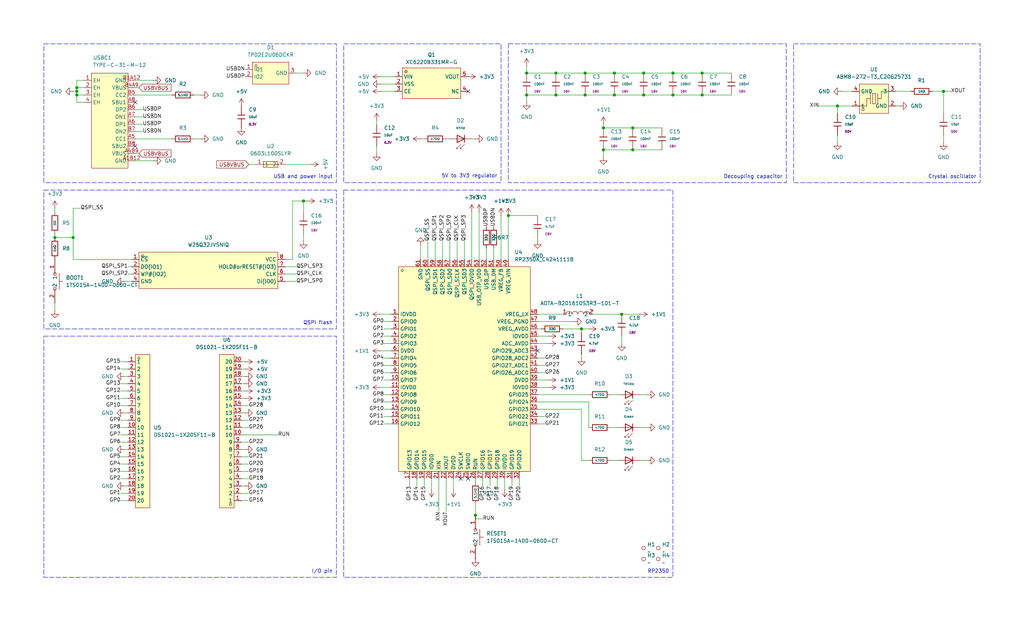
<source format=kicad_sch>
(kicad_sch (version 20250114) (generator "eeschema") (generator_version "9.0")
  (paper "USLegal")
  (title_block (title "LightWolf") (date "2025-10-21"))
  (lib_symbols
    (symbol "0402,10uF_1" (pin_numbers (hide yes)) (pin_names (offset 0))
      (property "Reference" "C" (at 2.032 1.668 0))
      (property "Value" "10uF" (at 2.032 -0.3782 0))
      (property "Voltage Rated" "6.3V" (at 2.032 -2.0462 0))
      (symbol "0402,10uF_1_1_1"
        (pin passive line (at 0 3.81 270) (length 3.175) (name "~") (number "1"))
        (pin passive line (at 0 -3.81 90) (length 3.175) (name "~") (number "2"))
      )
    )
    (symbol "0402,33Ω_1" (pin_numbers (hide yes)) (pin_names (offset 0))
      (property "Reference" "R" (at 1.778 0 0))
      (property "Value" "33Ω" (at 0 0 90))
      (symbol "0402,33Ω_1_1_1"
        (pin passive line (at 0 3.81 270) (length 1.27) (name "~") (number "1"))
        (pin passive line (at 0 -3.81 90) (length 1.27) (name "~") (number "2"))
      )
    )
    (symbol "0402,33Ω_2" (pin_numbers (hide yes)) (pin_names (offset 0))
      (property "Reference" "R" (at 1.778 0 0))
      (property "Value" "33Ω" (at 0 0 90))
      (symbol "0402,33Ω_2_1_1"
        (pin passive line (at 0 3.81 270) (length 1.27) (name "~") (number "1"))
        (pin passive line (at 0 -3.81 90) (length 1.27) (name "~") (number "2"))
      )
    )
    (symbol "PCM_JLCPCB-Capacitors:0402,100nF" (pin_numbers (hide yes)) (pin_names (offset 0))
      (property "Reference" "C" (at 2.032 1.668 0))
      (property "Value" "100nF" (at 2.032 -0.3782 0))
      (property "Voltage Rated" "16V" (at 2.032 -2.0462 0))
      (symbol "0402,100nF_1_1"
        (pin passive line (at 0 3.81 270) (length 3.175) (name "~") (number "1"))
        (pin passive line (at 0 -3.81 90) (length 3.175) (name "~") (number "2"))
      )
    )
    (symbol "PCM_JLCPCB-Capacitors:0402,10uF" (pin_numbers (hide yes)) (pin_names (offset 0))
      (property "Reference" "C" (at 2.032 1.668 0))
      (property "Value" "10uF" (at 2.032 -0.3782 0))
      (property "Voltage Rated" "6.3V" (at 2.032 -2.0462 0))
      (symbol "0402,10uF_1_1"
        (pin passive line (at 0 3.81 270) (length 3.175) (name "~") (number "1"))
        (pin passive line (at 0 -3.81 90) (length 3.175) (name "~") (number "2"))
      )
    )
    (symbol "PCM_JLCPCB-Capacitors:0402,15pF" (pin_numbers (hide yes)) (pin_names (offset 0))
      (property "Reference" "C" (at 2.032 1.668 0))
      (property "Value" "15pF" (at 2.032 -0.3782 0))
      (property "Voltage Rated" "50V" (at 2.032 -2.0462 0))
      (symbol "0402,15pF_1_1"
        (pin passive line (at 0 3.81 270) (length 3.175) (name "~") (number "1"))
        (pin passive line (at 0 -3.81 90) (length 3.175) (name "~") (number "2"))
      )
    )
    (symbol "PCM_JLCPCB-Capacitors:0402,4.7uF" (pin_numbers (hide yes)) (pin_names (offset 0))
      (property "Reference" "C" (at 2.032 1.668 0))
      (property "Value" "4.7uF" (at 2.032 -0.3782 0))
      (property "Voltage Rated" "10V" (at 2.032 -2.0462 0))
      (symbol "0402,4.7uF_1_1"
        (pin passive line (at 0 3.81 270) (length 3.175) (name "~") (number "1"))
        (pin passive line (at 0 -3.81 90) (length 3.175) (name "~") (number "2"))
      )
    )
    (symbol "PCM_JLCPCB-Capacitors:0603,4.7uF" (pin_numbers (hide yes)) (pin_names (offset 0))
      (property "Reference" "C" (at 2.032 1.668 0))
      (property "Value" "4.7uF" (at 2.032 -0.3782 0))
      (property "Voltage Rated" "16V" (at 2.032 -2.0462 0))
      (symbol "0603,4.7uF_1_1"
        (pin passive line (at 0 3.81 270) (length 3.175) (name "~") (number "1"))
        (pin passive line (at 0 -3.81 90) (length 3.175) (name "~") (number "2"))
      )
    )
    (symbol "PCM_JLCPCB-Diodes:LED,0805,Green" (pin_numbers (hide yes)) (pin_names (offset 0))
      (property "Reference" "D" (at 2.032 0.834 0))
      (property "Value" "Green" (at 2.032 -1.2122 0))
      (symbol "LED,0805,Green_1_1"
        (pin passive line (at 0 3.81 270) (length 3.81) (name "~") (number "2"))
        (pin passive line (at 0 -3.81 90) (length 3.81) (name "~") (number "1"))
      )
    )
    (symbol "PCM_JLCPCB-Diodes:LED,0805,White" (pin_numbers (hide yes)) (pin_names (offset 0))
      (property "Reference" "D" (at 2.032 0.834 0))
      (property "Value" "White" (at 2.032 -1.2122 0))
      (symbol "LED,0805,White_1_1"
        (pin passive line (at 0 3.81 270) (length 3.81) (name "~") (number "2"))
        (pin passive line (at 0 -3.81 90) (length 3.81) (name "~") (number "1"))
      )
    )
    (symbol "PCM_JLCPCB-Diodes:LED,0805,Yellow" (pin_numbers (hide yes)) (pin_names (offset 0))
      (property "Reference" "D" (at 2.032 0.834 0))
      (property "Value" "Yellow" (at 2.032 -1.2122 0))
      (symbol "LED,0805,Yellow_1_1"
        (pin passive line (at 0 3.81 270) (length 3.81) (name "~") (number "2"))
        (pin passive line (at 0 -3.81 90) (length 3.81) (name "~") (number "1"))
      )
    )
    (symbol "PCM_JLCPCB-Manufacturing:Tooling Hole, PCM_JLCPCB, 1.152mm"
      (property "Reference" "H" (at 1.778 0 0))
    )
    (symbol "PCM_JLCPCB-Resistors:0402,0Ω" (pin_numbers (hide yes)) (pin_names (offset 0))
      (property "Reference" "R" (at 1.778 0 0))
      (property "Value" "0Ω" (at 0 0 90))
      (symbol "0402,0Ω_1_1"
        (pin passive line (at 0 3.81 270) (length 1.27) (name "~") (number "1"))
        (pin passive line (at 0 -3.81 90) (length 1.27) (name "~") (number "2"))
      )
    )
    (symbol "PCM_JLCPCB-Resistors:0402,1kΩ" (pin_numbers (hide yes)) (pin_names (offset 0))
      (property "Reference" "R" (at 1.778 0 0))
      (property "Value" "1kΩ" (at 0 0 90))
      (symbol "0402,1kΩ_1_1"
        (pin passive line (at 0 3.81 270) (length 1.27) (name "~") (number "1"))
        (pin passive line (at 0 -3.81 90) (length 1.27) (name "~") (number "2"))
      )
    )
    (symbol "PCM_JLCPCB-Resistors:0402,33Ω" (pin_numbers (hide yes)) (pin_names (offset 0))
      (property "Reference" "R" (at 1.778 0 0))
      (property "Value" "33Ω" (at 0 0 90))
      (symbol "0402,33Ω_1_1"
        (pin passive line (at 0 3.81 270) (length 1.27) (name "~") (number "1"))
        (pin passive line (at 0 -3.81 90) (length 1.27) (name "~") (number "2"))
      )
    )
    (symbol "PCM_JLCPCB-Resistors:0402,470Ω" (pin_numbers (hide yes)) (pin_names (offset 0))
      (property "Reference" "R" (at 1.778 0 0))
      (property "Value" "470Ω" (at 0 0 90))
      (symbol "0402,470Ω_1_1"
        (pin passive line (at 0 3.81 270) (length 1.27) (name "~") (number "1"))
        (pin passive line (at 0 -3.81 90) (length 1.27) (name "~") (number "2"))
      )
    )
    (symbol "PCM_JLCPCB-Resistors:0402,5.1kΩ" (pin_numbers (hide yes)) (pin_names (offset 0))
      (property "Reference" "R" (at 1.778 0 0))
      (property "Value" "5.1kΩ" (at 0 0 90))
      (symbol "0402,5.1kΩ_1_1"
        (pin passive line (at 0 3.81 270) (length 1.27) (name "~") (number "1"))
        (pin passive line (at 0 -3.81 90) (length 1.27) (name "~") (number "2"))
      )
    )
    (symbol "easyeda2kicad:0603L100SLYR"
      (property "Reference" "U" (at 0 5.08 0))
      (property "Value" "0603L100SLYR" (at 0 -5.08 0))
      (symbol "0603L100SLYR_0_1"
        (pin unspecified line (at -5.08 0 0) (length 2.54) (name "1") (number "1"))
        (pin unspecified line (at 5.08 0 180) (length 2.54) (name "2") (number "2"))
      )
    )
    (symbol "easyeda2kicad:1TS015A-1400-0600-CT"
      (property "Reference" "SW" (at 0 5.08 0))
      (property "Value" "1TS015A-1400-0600-CT" (at 0 -5.08 0))
      (symbol "1TS015A-1400-0600-CT_0_1"
        (pin unspecified line (at -7.62 0 0) (length 5.08) (name "1") (number "1"))
        (pin unspecified line (at 7.62 0 180) (length 5.08) (name "2") (number "2"))
      )
    )
    (symbol "easyeda2kicad:ABM8-272-T3_C20625731"
      (property "Reference" "U" (at 0 7.62 0))
      (property "Value" "ABM8-272-T3_C20625731" (at 0 -7.62 0))
      (symbol "ABM8-272-T3_C20625731_0_1"
        (pin input line (at -7.62 2.54 0) (length 2.54) (name "GND") (number "4"))
        (pin input line (at -7.62 -2.54 0) (length 2.54) (name "1") (number "1"))
        (pin input line (at 7.62 2.54 180) (length 2.54) (name "3") (number "3"))
        (pin input line (at 7.62 -2.54 180) (length 2.54) (name "GND") (number "2"))
      )
    )
    (symbol "easyeda2kicad:AOTA-B201610S3R3-101-T"
      (property "Reference" "L" (at 0 5.08 0))
      (property "Value" "AOTA-B201610S3R3-101-T" (at 0 -5.08 0))
      (symbol "AOTA-B201610S3R3-101-T_0_1"
        (pin unspecified line (at -5.08 0 0) (length 1.016) (name "1") (number "1"))
        (pin unspecified line (at 5.08 0 180) (length 1.016) (name "2") (number "2"))
      )
    )
    (symbol "easyeda2kicad:DS1021-1X20SF11-B"
      (property "Reference" "U" (at 0 29.21 0))
      (property "Value" "DS1021-1X20SF11-B" (at 0 -29.21 0))
      (symbol "DS1021-1X20SF11-B_0_1"
        (pin unspecified line (at -5.08 24.13 0) (length 2.54) (name "1") (number "1"))
        (pin unspecified line (at -5.08 21.59 0) (length 2.54) (name "2") (number "2"))
        (pin unspecified line (at -5.08 19.05 0) (length 2.54) (name "3") (number "3"))
        (pin unspecified line (at -5.08 16.51 0) (length 2.54) (name "4") (number "4"))
        (pin unspecified line (at -5.08 13.97 0) (length 2.54) (name "5") (number "5"))
        (pin unspecified line (at -5.08 11.43 0) (length 2.54) (name "6") (number "6"))
        (pin unspecified line (at -5.08 8.89 0) (length 2.54) (name "7") (number "7"))
        (pin unspecified line (at -5.08 6.35 0) (length 2.54) (name "8") (number "8"))
        (pin unspecified line (at -5.08 3.81 0) (length 2.54) (name "9") (number "9"))
        (pin unspecified line (at -5.08 1.27 0) (length 2.54) (name "10") (number "10"))
        (pin unspecified line (at -5.08 -1.27 0) (length 2.54) (name "11") (number "11"))
        (pin unspecified line (at -5.08 -3.81 0) (length 2.54) (name "12") (number "12"))
        (pin unspecified line (at -5.08 -6.35 0) (length 2.54) (name "13") (number "13"))
        (pin unspecified line (at -5.08 -8.89 0) (length 2.54) (name "14") (number "14"))
        (pin unspecified line (at -5.08 -11.43 0) (length 2.54) (name "15") (number "15"))
        (pin unspecified line (at -5.08 -13.97 0) (length 2.54) (name "16") (number "16"))
        (pin unspecified line (at -5.08 -16.51 0) (length 2.54) (name "17") (number "17"))
        (pin unspecified line (at -5.08 -19.05 0) (length 2.54) (name "18") (number "18"))
        (pin unspecified line (at -5.08 -21.59 0) (length 2.54) (name "19") (number "19"))
        (pin unspecified line (at -5.08 -24.13 0) (length 2.54) (name "20") (number "20"))
      )
    )
    (symbol "easyeda2kicad:RP2350A_C42411118"
      (property "Reference" "U" (at 0 43.18 0))
      (property "Value" "RP2350A_C42411118" (at 0 -43.18 0))
      (symbol "RP2350A_C42411118_0_1"
        (pin unspecified line (at -25.4 19.05 0) (length 2.54) (name "IOVDD") (number "1"))
        (pin unspecified line (at -25.4 16.51 0) (length 2.54) (name "GPIO0") (number "2"))
        (pin unspecified line (at -25.4 13.97 0) (length 2.54) (name "GPIO1") (number "3"))
        (pin unspecified line (at -25.4 11.43 0) (length 2.54) (name "GPIO2") (number "4"))
        (pin unspecified line (at -25.4 8.89 0) (length 2.54) (name "GPIO3") (number "5"))
        (pin unspecified line (at -25.4 6.35 0) (length 2.54) (name "DVDD") (number "6"))
        (pin unspecified line (at -25.4 3.81 0) (length 2.54) (name "GPIO4") (number "7"))
        (pin unspecified line (at -25.4 1.27 0) (length 2.54) (name "GPIO5") (number "8"))
        (pin unspecified line (at -25.4 -1.27 0) (length 2.54) (name "GPIO6") (number "9"))
        (pin unspecified line (at -25.4 -3.81 0) (length 2.54) (name "GPIO7") (number "10"))
        (pin unspecified line (at -25.4 -6.35 0) (length 2.54) (name "IOVDD") (number "11"))
        (pin unspecified line (at -25.4 -8.89 0) (length 2.54) (name "GPIO8") (number "12"))
        (pin unspecified line (at -25.4 -11.43 0) (length 2.54) (name "GPIO9") (number "13"))
        (pin unspecified line (at -25.4 -13.97 0) (length 2.54) (name "GPIO10") (number "14"))
        (pin unspecified line (at -25.4 -16.51 0) (length 2.54) (name "GPIO11") (number "15"))
        (pin unspecified line (at -25.4 -19.05 0) (length 2.54) (name "GPIO12") (number "16"))
        (pin unspecified line (at -19.05 -38.1 90) (length 2.54) (name "GPIO13") (number "17"))
        (pin unspecified line (at -16.51 -38.1 90) (length 2.54) (name "GPIO14") (number "18"))
        (pin unspecified line (at -15.24 38.1 270) (length 2.54) (name "GND") (number "61"))
        (pin unspecified line (at -13.97 -38.1 90) (length 2.54) (name "GPIO15") (number "19"))
        (pin unspecified line (at -12.7 38.1 270) (length 2.54) (name "QSPI_SS") (number "60"))
        (pin unspecified line (at -11.43 -38.1 90) (length 2.54) (name "IOVDD") (number "20"))
        (pin unspecified line (at -10.16 38.1 270) (length 2.54) (name "QSPI_SD1") (number "59"))
        (pin unspecified line (at -8.89 -38.1 90) (length 2.54) (name "XIN") (number "21"))
        (pin unspecified line (at -7.62 38.1 270) (length 2.54) (name "QSPI_SD2") (number "58"))
        (pin unspecified line (at -6.35 -38.1 90) (length 2.54) (name "XOUT") (number "22"))
        (pin unspecified line (at -5.08 38.1 270) (length 2.54) (name "QSPI_SD0") (number "57"))
        (pin unspecified line (at -3.81 -38.1 90) (length 2.54) (name "DVDD") (number "23"))
        (pin unspecified line (at -2.54 38.1 270) (length 2.54) (name "QSPI_SCLK") (number "56"))
        (pin unspecified line (at -1.27 -38.1 90) (length 2.54) (name "SWCLK") (number "24"))
        (pin unspecified line (at 0 38.1 270) (length 2.54) (name "QSPI_SD3") (number "55"))
        (pin unspecified line (at 1.27 -38.1 90) (length 2.54) (name "SWDIO") (number "25"))
        (pin unspecified line (at 2.54 38.1 270) (length 2.54) (name "QSPI_IOVDD") (number "54"))
        (pin unspecified line (at 3.81 -38.1 90) (length 2.54) (name "RUN") (number "26"))
        (pin unspecified line (at 5.08 38.1 270) (length 2.54) (name "USB_OTP_VDD") (number "53"))
        (pin unspecified line (at 6.35 -38.1 90) (length 2.54) (name "GPIO16") (number "27"))
        (pin unspecified line (at 7.62 38.1 270) (length 2.54) (name "USB_DP") (number "52"))
        (pin unspecified line (at 8.89 -38.1 90) (length 2.54) (name "GPIO17") (number "28"))
        (pin unspecified line (at 10.16 38.1 270) (length 2.54) (name "USB_DM") (number "51"))
        (pin unspecified line (at 11.43 -38.1 90) (length 2.54) (name "GPIO18") (number "29"))
        (pin unspecified line (at 12.7 38.1 270) (length 2.54) (name "VREG_FB") (number "50"))
        (pin unspecified line (at 13.97 -38.1 90) (length 2.54) (name "IOVDD") (number "30"))
        (pin unspecified line (at 15.24 38.1 270) (length 2.54) (name "VREG_VIN") (number "49"))
        (pin unspecified line (at 16.51 -38.1 90) (length 2.54) (name "GPIO19") (number "31"))
        (pin unspecified line (at 19.05 -38.1 90) (length 2.54) (name "GPIO20") (number "32"))
        (pin unspecified line (at 25.4 19.05 180) (length 2.54) (name "VREG_LX") (number "48"))
        (pin unspecified line (at 25.4 16.51 180) (length 2.54) (name "VREG_PGND") (number "47"))
        (pin unspecified line (at 25.4 13.97 180) (length 2.54) (name "VREG_AVDD") (number "46"))
        (pin unspecified line (at 25.4 11.43 180) (length 2.54) (name "IOVDD") (number "45"))
        (pin unspecified line (at 25.4 8.89 180) (length 2.54) (name "ADC_AVDD") (number "44"))
        (pin unspecified line (at 25.4 6.35 180) (length 2.54) (name "GPIO29_ADC3") (number "43"))
        (pin unspecified line (at 25.4 3.81 180) (length 2.54) (name "GPIO28_ADC2") (number "42"))
        (pin unspecified line (at 25.4 1.27 180) (length 2.54) (name "GPIO27_ADC1") (number "41"))
        (pin unspecified line (at 25.4 -1.27 180) (length 2.54) (name "GPIO26_ADC0") (number "40"))
        (pin unspecified line (at 25.4 -3.81 180) (length 2.54) (name "DVDD") (number "39"))
        (pin unspecified line (at 25.4 -6.35 180) (length 2.54) (name "IOVDD") (number "38"))
        (pin unspecified line (at 25.4 -8.89 180) (length 2.54) (name "GPIO25") (number "37"))
        (pin unspecified line (at 25.4 -11.43 180) (length 2.54) (name "GPIO24") (number "36"))
        (pin unspecified line (at 25.4 -13.97 180) (length 2.54) (name "GPIO23") (number "35"))
        (pin unspecified line (at 25.4 -16.51 180) (length 2.54) (name "GPIO22") (number "34"))
        (pin unspecified line (at 25.4 -19.05 180) (length 2.54) (name "GPIO21") (number "33"))
      )
    )
    (symbol "easyeda2kicad:TPD2E2U06DCKR"
      (property "Reference" "D" (at 0 6.35 0))
      (property "Value" "TPD2E2U06DCKR" (at 0 -6.35 0))
      (symbol "TPD2E2U06DCKR_0_1"
        (pin unspecified line (at -8.89 1.27 0) (length 2.54) (name "IO1") (number "1"))
        (pin unspecified line (at -8.89 -1.27 0) (length 2.54) (name "IO2") (number "2"))
        (pin unspecified line (at 8.89 0 180) (length 2.54) (name "GND") (number "3"))
      )
    )
    (symbol "easyeda2kicad:TYPE-C-31-M-12"
      (property "Reference" "USBC" (at 0 19.05 0))
      (property "Value" "TYPE-C-31-M-12" (at 0 -19.05 0))
      (symbol "TYPE-C-31-M-12_0_1"
        (pin unspecified line (at -8.89 13.97 0) (length 2.54) (name "GND") (number "A1B12"))
        (pin unspecified line (at -8.89 11.43 0) (length 2.54) (name "VBUS") (number "A4B9"))
        (pin unspecified line (at -8.89 8.89 0) (length 2.54) (name "SBU2") (number "B8"))
        (pin unspecified line (at -8.89 6.35 0) (length 2.54) (name "CC1") (number "A5"))
        (pin unspecified line (at -8.89 3.81 0) (length 2.54) (name "DN2") (number "B7"))
        (pin unspecified line (at -8.89 1.27 0) (length 2.54) (name "DP1") (number "A6"))
        (pin unspecified line (at -8.89 -1.27 0) (length 2.54) (name "DN1") (number "A7"))
        (pin unspecified line (at -8.89 -3.81 0) (length 2.54) (name "DP2") (number "B6"))
        (pin unspecified line (at -8.89 -6.35 0) (length 2.54) (name "SBU1") (number "A8"))
        (pin unspecified line (at -8.89 -8.89 0) (length 2.54) (name "CC2") (number "B5"))
        (pin unspecified line (at -8.89 -11.43 0) (length 2.54) (name "VBUS") (number "B4A9"))
        (pin unspecified line (at -8.89 -13.97 0) (length 2.54) (name "GND") (number "B1A12"))
        (pin unspecified line (at 8.89 -6.35 180) (length 2.54) (name "EH") (number "4"))
        (pin unspecified line (at 8.89 -8.89 180) (length 2.54) (name "EH") (number "3"))
        (pin unspecified line (at 8.89 -11.43 180) (length 2.54) (name "EH") (number "2"))
        (pin unspecified line (at 8.89 -13.97 180) (length 2.54) (name "EH") (number "1"))
      )
    )
    (symbol "easyeda2kicad:W25Q32JVSNIQ"
      (property "Reference" "U" (at 0 10.16 0))
      (property "Value" "W25Q32JVSNIQ" (at 0 -7.62 0))
      (symbol "W25Q32JVSNIQ_0_1"
        (pin unspecified line (at -27.94 5.08 0) (length 2.54) (name "~{CS}") (number "1"))
        (pin unspecified line (at -27.94 2.54 0) (length 2.54) (name "DO(IO1)") (number "2"))
        (pin unspecified line (at -27.94 0 0) (length 2.54) (name "WP#(IO2)") (number "3"))
        (pin unspecified line (at -27.94 -2.54 0) (length 2.54) (name "GND") (number "4"))
        (pin unspecified line (at 25.4 5.08 180) (length 2.54) (name "VCC") (number "8"))
        (pin unspecified line (at 25.4 2.54 180) (length 2.54) (name "HOLD#orRESET#(IO3)") (number "7"))
        (pin unspecified line (at 25.4 0 180) (length 2.54) (name "CLK") (number "6"))
        (pin unspecified line (at 25.4 -2.54 180) (length 2.54) (name "DI(IO0)") (number "5"))
      )
    )
    (symbol "easyeda2kicad:XC6220B331MR-G"
      (property "Reference" "Q" (at 0 7.62 0))
      (property "Value" "XC6220B331MR-G" (at 0 -7.62 0))
      (symbol "XC6220B331MR-G_0_1"
        (pin unspecified line (at -12.7 2.54 0) (length 2.54) (name "VIN") (number "1"))
        (pin unspecified line (at -12.7 0 0) (length 2.54) (name "VSS") (number "2"))
        (pin unspecified line (at -12.7 -2.54 0) (length 2.54) (name "CE") (number "3"))
        (pin unspecified line (at 12.7 2.54 180) (length 2.54) (name "VOUT") (number "5"))
        (pin unspecified line (at 12.7 -2.54 180) (length 2.54) (name "NC") (number "4"))
      )
    )
    (symbol "power:+1V1" (power) (pin_numbers (hide yes)) (pin_names (offset 0) (hide yes))
      (property "Value" "+1V1" (at 0 3.556 0))
      (symbol "+1V1_1_1"
        (pin power_in line (at 0 0 90) (length 0) (name "~") (number "1"))
      )
    )
    (symbol "power:+3V3" (power) (pin_numbers (hide yes)) (pin_names (offset 0) (hide yes))
      (property "Value" "+3V3" (at 0 3.556 0))
      (symbol "+3V3_1_1"
        (pin power_in line (at 0 0 90) (length 0) (name "~") (number "1"))
      )
    )
    (symbol "power:+5V" (power) (pin_numbers (hide yes)) (pin_names (offset 0) (hide yes))
      (property "Value" "+5V" (at 0 3.556 0))
      (symbol "+5V_1_1"
        (pin power_in line (at 0 0 90) (length 0) (name "~") (number "1"))
      )
    )
    (symbol "power:GND" (power) (pin_numbers (hide yes)) (pin_names (offset 0) (hide yes))
      (property "Value" "GND" (at 0 -3.81 0))
      (symbol "GND_1_1"
        (pin power_in line (at 0 0 270) (length 0) (name "~") (number "1"))
      )
    )
  )
  (rectangle (start 15.24 66.04) (end 116.84 114.3) (stroke (width 0) (type dash)))
  (rectangle (start 15.24 15.24) (end 116.84 63.5) (stroke (width 0) (type dash)))
  (rectangle (start 275.59 15.24) (end 340.36 63.5) (stroke (width 0) (type dash)))
  (rectangle (start 15.24 116.84) (end 116.84 200.66) (stroke (width 0) (type dash)))
  (rectangle (start 176.53 15.24) (end 273.05 63.5) (stroke (width 0) (type dash)))
  (rectangle (start 119.38 15.24) (end 173.99 63.5) (stroke (width 0) (type dash)))
  (rectangle (start 119.38 66.04) (end 233.68 200.66) (stroke (width 0) (type dash)))
  (text "QSPI flash" (at 115.57 113.03 0) (effects (font (size 1.27 1.27)) (justify right bottom)))
  (text "Decoupling capacitor" (at 271.78 62.23 0) (effects (font (size 1.27 1.27)) (justify right bottom)))
  (text "5V to 3V3 regulator" (at 172.72 61.976 0) (effects (font (size 1.27 1.27)) (justify right bottom)))
  (text "RP2350" (at 232.41 199.39 0) (effects (font (size 1.27 1.27)) (justify right bottom)))
  (text "Crystal oscillator" (at 339.09 62.23 0) (effects (font (size 1.27 1.27)) (justify right bottom)))
  (text "USB and power input" (at 115.57 62.23 0) (effects (font (size 1.27 1.27)) (justify right bottom)))
  (text "I/O pin" (at 115.57 199.39 0) (effects (font (size 1.27 1.27)) (justify right bottom)))
  (junction (at 182.88 33.02))
  (junction (at 19.05 82.55))
  (junction (at 25.4 82.55))
  (junction (at 165.1 179.07))
  (junction (at 26.67 33.02))
  (junction (at 105.41 69.85))
  (junction (at 193.04 33.02))
  (junction (at 243.84 25.4))
  (junction (at 213.36 33.02))
  (junction (at 26.67 30.48))
  (junction (at 327.66 31.75))
  (junction (at 219.71 52.07))
  (junction (at 193.04 25.4))
  (junction (at 176.53 74.93))
  (junction (at 233.68 25.4))
  (junction (at 223.52 33.02))
  (junction (at 290.83 36.83))
  (junction (at 213.36 25.4))
  (junction (at 219.71 44.45))
  (junction (at 203.2 25.4))
  (junction (at 215.9 109.22))
  (junction (at 243.84 33.02))
  (junction (at 182.88 25.4))
  (junction (at 223.52 25.4))
  (junction (at 233.68 33.02))
  (junction (at 26.67 31.75))
  (junction (at 209.55 52.07))
  (junction (at 209.55 44.45))
  (junction (at 201.93 114.3))
  (junction (at 203.2 33.02))
  (no_connect (at 46.99 35.56))
  (no_connect (at 162.56 31.75))
  (no_connect (at 46.99 50.8))
  (no_connect (at 162.56 166.37))
  (no_connect (at 186.69 121.92))
  (no_connect (at 160.02 166.37))
  (wire (pts (xy 19.05 105.41) (xy 19.05 107.95)))
  (wire (pts (xy 201.93 142.24) (xy 201.93 160.02)))
  (wire (pts (xy 83.82 143.51) (xy 85.09 143.51)))
  (wire (pts (xy 176.53 74.93) (xy 186.69 74.93)))
  (wire (pts (xy 186.69 134.62) (xy 190.5 134.62)))
  (wire (pts (xy 163.83 90.17) (xy 163.83 73.66)))
  (wire (pts (xy 83.82 148.59) (xy 86.36 148.59)))
  (wire (pts (xy 195.58 114.3) (xy 201.93 114.3)))
  (wire (pts (xy 41.91 171.45) (xy 44.45 171.45)))
  (wire (pts (xy 215.9 109.22) (xy 222.25 109.22)))
  (wire (pts (xy 41.91 140.97) (xy 44.45 140.97)))
  (wire (pts (xy 223.52 33.02) (xy 233.68 33.02)))
  (wire (pts (xy 290.83 36.83) (xy 295.91 36.83)))
  (wire (pts (xy 158.75 83.82) (xy 158.75 90.17)))
  (wire (pts (xy 292.1 31.75) (xy 295.91 31.75)))
  (wire (pts (xy 132.08 29.21) (xy 137.16 29.21)))
  (wire (pts (xy 105.41 81.28) (xy 105.41 83.82)))
  (wire (pts (xy 83.82 153.67) (xy 86.36 153.67)))
  (wire (pts (xy 186.69 83.82) (xy 186.69 82.55)))
  (wire (pts (xy 133.35 129.54) (xy 135.89 129.54)))
  (wire (pts (xy 45.72 97.79) (xy 43.18 97.79)))
  (wire (pts (xy 105.41 69.85) (xy 106.68 69.85)))
  (wire (pts (xy 186.69 116.84) (xy 190.5 116.84)))
  (wire (pts (xy 311.15 36.83) (xy 312.42 36.83)))
  (wire (pts (xy 186.69 114.3) (xy 187.96 114.3)))
  (wire (pts (xy 186.69 109.22) (xy 195.58 109.22)))
  (wire (pts (xy 173.99 74.93) (xy 173.99 90.17)))
  (wire (pts (xy 171.45 86.36) (xy 171.45 90.17)))
  (wire (pts (xy 205.74 109.22) (xy 215.9 109.22)))
  (wire (pts (xy 43.18 168.91) (xy 44.45 168.91)))
  (wire (pts (xy 311.15 31.75) (xy 316.23 31.75)))
  (wire (pts (xy 99.06 90.17) (xy 101.6 90.17)))
  (wire (pts (xy 223.52 25.4) (xy 233.68 25.4)))
  (wire (pts (xy 219.71 44.45) (xy 229.87 44.45)))
  (wire (pts (xy 186.69 147.32) (xy 189.23 147.32)))
  (wire (pts (xy 41.91 173.99) (xy 44.45 173.99)))
  (wire (pts (xy 83.82 166.37) (xy 86.36 166.37)))
  (wire (pts (xy 146.05 48.26) (xy 147.32 48.26)))
  (wire (pts (xy 144.78 166.37) (xy 144.78 168.91)))
  (wire (pts (xy 212.09 137.16) (xy 214.63 137.16)))
  (wire (pts (xy 83.82 130.81) (xy 85.09 130.81)))
  (wire (pts (xy 204.47 148.59) (xy 204.47 139.7)))
  (wire (pts (xy 99.06 92.71) (xy 102.87 92.71)))
  (wire (pts (xy 26.67 33.02) (xy 26.67 31.75)))
  (wire (pts (xy 213.36 25.4) (xy 223.52 25.4)))
  (wire (pts (xy 19.05 72.39) (xy 19.05 73.66)))
  (wire (pts (xy 46.99 30.48) (xy 48.26 30.48)))
  (wire (pts (xy 215.9 116.84) (xy 215.9 119.38)))
  (wire (pts (xy 209.55 43.18) (xy 209.55 44.45)))
  (wire (pts (xy 25.4 72.39) (xy 27.94 72.39)))
  (wire (pts (xy 83.82 168.91) (xy 85.09 168.91)))
  (wire (pts (xy 201.93 114.3) (xy 204.47 114.3)))
  (wire (pts (xy 133.35 124.46) (xy 135.89 124.46)))
  (wire (pts (xy 83.82 135.89) (xy 85.09 135.89)))
  (wire (pts (xy 46.99 55.88) (xy 53.34 55.88)))
  (wire (pts (xy 46.99 43.18) (xy 49.53 43.18)))
  (wire (pts (xy 26.67 33.02) (xy 29.21 33.02)))
  (wire (pts (xy 46.99 38.1) (xy 49.53 38.1)))
  (wire (pts (xy 43.18 130.81) (xy 44.45 130.81)))
  (wire (pts (xy 41.91 146.05) (xy 44.45 146.05)))
  (wire (pts (xy 243.84 25.4) (xy 254 25.4)))
  (wire (pts (xy 67.31 33.02) (xy 69.85 33.02)))
  (wire (pts (xy 133.35 147.32) (xy 135.89 147.32)))
  (wire (pts (xy 53.34 27.94) (xy 46.99 27.94)))
  (wire (pts (xy 156.21 83.82) (xy 156.21 90.17)))
  (wire (pts (xy 165.1 166.37) (xy 165.1 167.64)))
  (wire (pts (xy 151.13 83.82) (xy 151.13 90.17)))
  (wire (pts (xy 133.35 111.76) (xy 135.89 111.76)))
  (wire (pts (xy 25.4 90.17) (xy 45.72 90.17)))
  (wire (pts (xy 44.45 92.71) (xy 45.72 92.71)))
  (wire (pts (xy 29.21 27.94) (xy 26.67 27.94)))
  (wire (pts (xy 133.35 144.78) (xy 135.89 144.78)))
  (wire (pts (xy 172.72 166.37) (xy 172.72 168.91)))
  (wire (pts (xy 149.86 166.37) (xy 149.86 170.18)))
  (wire (pts (xy 105.41 69.85) (xy 105.41 73.66)))
  (wire (pts (xy 43.18 143.51) (xy 44.45 143.51)))
  (wire (pts (xy 25.4 31.75) (xy 26.67 31.75)))
  (wire (pts (xy 193.04 25.4) (xy 203.2 25.4)))
  (wire (pts (xy 99.06 97.79) (xy 102.87 97.79)))
  (wire (pts (xy 83.82 146.05) (xy 86.36 146.05)))
  (wire (pts (xy 167.64 166.37) (xy 167.64 168.91)))
  (wire (pts (xy 222.25 160.02) (xy 224.79 160.02)))
  (wire (pts (xy 41.91 135.89) (xy 44.45 135.89)))
  (wire (pts (xy 41.91 128.27) (xy 44.45 128.27)))
  (wire (pts (xy 133.35 142.24) (xy 135.89 142.24)))
  (wire (pts (xy 186.69 129.54) (xy 189.23 129.54)))
  (wire (pts (xy 327.66 31.75) (xy 327.66 39.37)))
  (wire (pts (xy 43.18 156.21) (xy 44.45 156.21)))
  (wire (pts (xy 186.69 132.08) (xy 190.5 132.08)))
  (wire (pts (xy 99.06 57.15) (xy 107.95 57.15)))
  (wire (pts (xy 132.08 31.75) (xy 137.16 31.75)))
  (wire (pts (xy 203.2 25.4) (xy 213.36 25.4)))
  (wire (pts (xy 182.88 25.4) (xy 193.04 25.4)))
  (wire (pts (xy 161.29 83.82) (xy 161.29 90.17)))
  (wire (pts (xy 83.82 173.99) (xy 86.36 173.99)))
  (wire (pts (xy 290.83 46.99) (xy 290.83 49.53)))
  (wire (pts (xy 133.35 127) (xy 135.89 127)))
  (wire (pts (xy 83.82 125.73) (xy 85.09 125.73)))
  (wire (pts (xy 212.09 148.59) (xy 214.63 148.59)))
  (wire (pts (xy 186.69 127) (xy 189.23 127)))
  (wire (pts (xy 25.4 72.39) (xy 25.4 82.55)))
  (wire (pts (xy 83.82 151.13) (xy 96.52 151.13)))
  (wire (pts (xy 186.69 119.38) (xy 190.5 119.38)))
  (wire (pts (xy 46.99 40.64) (xy 49.53 40.64)))
  (wire (pts (xy 46.99 48.26) (xy 59.69 48.26)))
  (wire (pts (xy 26.67 27.94) (xy 26.67 30.48)))
  (wire (pts (xy 26.67 30.48) (xy 29.21 30.48)))
  (wire (pts (xy 142.24 166.37) (xy 142.24 168.91)))
  (wire (pts (xy 201.93 123.19) (xy 201.93 124.46)))
  (wire (pts (xy 41.91 125.73) (xy 44.45 125.73)))
  (wire (pts (xy 284.48 36.83) (xy 290.83 36.83)))
  (wire (pts (xy 67.31 48.26) (xy 69.85 48.26)))
  (wire (pts (xy 133.35 119.38) (xy 135.89 119.38)))
  (wire (pts (xy 41.91 151.13) (xy 44.45 151.13)))
  (wire (pts (xy 83.82 163.83) (xy 86.36 163.83)))
  (wire (pts (xy 86.36 57.15) (xy 88.9 57.15)))
  (wire (pts (xy 243.84 33.02) (xy 254 33.02)))
  (wire (pts (xy 165.1 179.07) (xy 165.1 180.34)))
  (wire (pts (xy 41.91 148.59) (xy 44.45 148.59)))
  (wire (pts (xy 41.91 153.67) (xy 44.45 153.67)))
  (wire (pts (xy 175.26 166.37) (xy 175.26 170.18)))
  (wire (pts (xy 209.55 52.07) (xy 219.71 52.07)))
  (wire (pts (xy 83.82 161.29) (xy 86.36 161.29)))
  (wire (pts (xy 46.99 45.72) (xy 49.53 45.72)))
  (wire (pts (xy 327.66 31.75) (xy 330.2 31.75)))
  (wire (pts (xy 44.45 95.25) (xy 45.72 95.25)))
  (wire (pts (xy 176.53 74.93) (xy 176.53 90.17)))
  (wire (pts (xy 163.83 48.26) (xy 165.1 48.26)))
  (wire (pts (xy 83.82 140.97) (xy 86.36 140.97)))
  (wire (pts (xy 99.06 95.25) (xy 102.87 95.25)))
  (wire (pts (xy 133.35 132.08) (xy 135.89 132.08)))
  (wire (pts (xy 29.21 35.56) (xy 26.67 35.56)))
  (wire (pts (xy 26.67 35.56) (xy 26.67 33.02)))
  (wire (pts (xy 83.82 156.21) (xy 85.09 156.21)))
  (wire (pts (xy 204.47 139.7) (xy 186.69 139.7)))
  (wire (pts (xy 146.05 85.09) (xy 146.05 90.17)))
  (wire (pts (xy 233.68 25.4) (xy 243.84 25.4)))
  (wire (pts (xy 154.94 166.37) (xy 154.94 177.8)))
  (wire (pts (xy 186.69 144.78) (xy 189.23 144.78)))
  (wire (pts (xy 201.93 114.3) (xy 201.93 115.57)))
  (wire (pts (xy 177.8 166.37) (xy 177.8 168.91)))
  (wire (pts (xy 135.89 134.62) (xy 132.08 134.62)))
  (wire (pts (xy 154.94 48.26) (xy 156.21 48.26)))
  (wire (pts (xy 41.91 133.35) (xy 44.45 133.35)))
  (wire (pts (xy 101.6 90.17) (xy 101.6 69.85)))
  (wire (pts (xy 182.88 33.02) (xy 182.88 35.56)))
  (wire (pts (xy 209.55 44.45) (xy 219.71 44.45)))
  (wire (pts (xy 153.67 83.82) (xy 153.67 90.17)))
  (wire (pts (xy 166.37 90.17) (xy 166.37 73.66)))
  (wire (pts (xy 182.88 22.86) (xy 182.88 25.4)))
  (wire (pts (xy 170.18 166.37) (xy 170.18 168.91)))
  (wire (pts (xy 25.4 82.55) (xy 25.4 90.17)))
  (wire (pts (xy 19.05 81.28) (xy 19.05 82.55)))
  (wire (pts (xy 327.66 46.99) (xy 327.66 49.53)))
  (wire (pts (xy 26.67 30.48) (xy 26.67 31.75)))
  (wire (pts (xy 157.48 166.37) (xy 157.48 170.18)))
  (wire (pts (xy 233.68 33.02) (xy 243.84 33.02)))
  (wire (pts (xy 222.25 148.59) (xy 224.79 148.59)))
  (wire (pts (xy 19.05 82.55) (xy 25.4 82.55)))
  (wire (pts (xy 41.91 163.83) (xy 44.45 163.83)))
  (wire (pts (xy 213.36 33.02) (xy 223.52 33.02)))
  (wire (pts (xy 102.87 25.4) (xy 105.41 25.4)))
  (wire (pts (xy 180.34 166.37) (xy 180.34 168.91)))
  (wire (pts (xy 83.82 158.75) (xy 86.36 158.75)))
  (wire (pts (xy 152.4 166.37) (xy 152.4 177.8)))
  (wire (pts (xy 132.08 26.67) (xy 137.16 26.67)))
  (wire (pts (xy 290.83 36.83) (xy 290.83 39.37)))
  (wire (pts (xy 135.89 109.22) (xy 132.08 109.22)))
  (wire (pts (xy 133.35 139.7) (xy 135.89 139.7)))
  (wire (pts (xy 203.2 33.02) (xy 213.36 33.02)))
  (wire (pts (xy 323.85 31.75) (xy 327.66 31.75)))
  (wire (pts (xy 133.35 116.84) (xy 135.89 116.84)))
  (wire (pts (xy 165.1 175.26) (xy 165.1 179.07)))
  (wire (pts (xy 186.69 137.16) (xy 204.47 137.16)))
  (wire (pts (xy 41.91 158.75) (xy 44.45 158.75)))
  (wire (pts (xy 209.55 52.07) (xy 209.55 54.61)))
  (wire (pts (xy 130.81 50.8) (xy 130.81 53.34)))
  (wire (pts (xy 201.93 160.02) (xy 204.47 160.02)))
  (wire (pts (xy 83.82 171.45) (xy 86.36 171.45)))
  (wire (pts (xy 182.88 33.02) (xy 193.04 33.02)))
  (wire (pts (xy 130.81 41.91) (xy 130.81 43.18)))
  (wire (pts (xy 135.89 121.92) (xy 132.08 121.92)))
  (wire (pts (xy 46.99 53.34) (xy 48.26 53.34)))
  (wire (pts (xy 133.35 114.3) (xy 135.89 114.3)))
  (wire (pts (xy 41.91 166.37) (xy 44.45 166.37)))
  (wire (pts (xy 186.69 124.46) (xy 189.23 124.46)))
  (wire (pts (xy 186.69 142.24) (xy 201.93 142.24)))
  (wire (pts (xy 148.59 83.82) (xy 148.59 90.17)))
  (wire (pts (xy 41.91 161.29) (xy 44.45 161.29)))
  (wire (pts (xy 46.99 33.02) (xy 59.69 33.02)))
  (wire (pts (xy 83.82 133.35) (xy 85.09 133.35)))
  (wire (pts (xy 165.1 180.34) (xy 167.64 180.34)))
  (wire (pts (xy 193.04 33.02) (xy 203.2 33.02)))
  (wire (pts (xy 147.32 166.37) (xy 147.32 168.91)))
  (wire (pts (xy 101.6 69.85) (xy 105.41 69.85)))
  (wire (pts (xy 133.35 137.16) (xy 135.89 137.16)))
  (wire (pts (xy 41.91 138.43) (xy 44.45 138.43)))
  (wire (pts (xy 186.69 111.76) (xy 199.39 111.76)))
  (wire (pts (xy 222.25 137.16) (xy 224.79 137.16)))
  (wire (pts (xy 83.82 138.43) (xy 85.09 138.43)))
  (wire (pts (xy 168.91 86.36) (xy 168.91 90.17)))
  (wire (pts (xy 83.82 128.27) (xy 85.09 128.27)))
  (wire (pts (xy 212.09 160.02) (xy 214.63 160.02)))
  (wire (pts (xy 219.71 52.07) (xy 229.87 52.07)))
  (label "USBDN" (at 171.45 78.74 90) (property "Intersheetrefs" "${INTERSHEET_REFS}" (effects (hide yes))))
  (label "GP20" (at 180.34 168.91 270) (property "Intersheetrefs" "${INTERSHEET_REFS}" (effects (hide yes))))
  (label "GP11" (at 41.91 138.43 180) (property "Intersheetrefs" "${INTERSHEET_REFS}" (effects (hide yes))))
  (label "GP10" (at 133.35 142.24 180) (property "Intersheetrefs" "${INTERSHEET_REFS}" (effects (hide yes))))
  (label "GP5" (at 133.35 127 180) (property "Intersheetrefs" "${INTERSHEET_REFS}" (effects (hide yes))))
  (label "USBDN" (at 85.09 24.13 180) (property "Intersheetrefs" "${INTERSHEET_REFS}" (effects (hide yes))))
  (label "USBDN" (at 49.53 40.64 0) (property "Intersheetrefs" "${INTERSHEET_REFS}" (effects (hide yes))))
  (label "QSPI_SP3" (at 161.29 83.82 90) (property "Intersheetrefs" "${INTERSHEET_REFS}" (effects (hide yes))))
  (label "GP22" (at 189.23 144.78 0) (property "Intersheetrefs" "${INTERSHEET_REFS}" (effects (hide yes))))
  (label "GP12" (at 133.35 147.32 180) (property "Intersheetrefs" "${INTERSHEET_REFS}" (effects (hide yes))))
  (label "GP28" (at 189.23 124.46 0) (property "Intersheetrefs" "${INTERSHEET_REFS}" (effects (hide yes))))
  (label "GP19" (at 177.8 168.91 270) (property "Intersheetrefs" "${INTERSHEET_REFS}" (effects (hide yes))))
  (label "GP13" (at 142.24 168.91 270) (property "Intersheetrefs" "${INTERSHEET_REFS}" (effects (hide yes))))
  (label "GP13" (at 41.91 133.35 180) (property "Intersheetrefs" "${INTERSHEET_REFS}" (effects (hide yes))))
  (label "GP1" (at 41.91 171.45 180) (property "Intersheetrefs" "${INTERSHEET_REFS}" (effects (hide yes))))
  (label "GP21" (at 86.36 158.75 0) (property "Intersheetrefs" "${INTERSHEET_REFS}" (effects (hide yes))))
  (label "USBDP" (at 49.53 38.1 0) (property "Intersheetrefs" "${INTERSHEET_REFS}" (effects (hide yes))))
  (label "QSPI_SP1" (at 151.13 83.82 90) (property "Intersheetrefs" "${INTERSHEET_REFS}" (effects (hide yes))))
  (label "QSPI_SP2" (at 44.45 95.25 180) (property "Intersheetrefs" "${INTERSHEET_REFS}" (effects (hide yes))))
  (label "USBDP" (at 168.91 78.74 90) (property "Intersheetrefs" "${INTERSHEET_REFS}" (effects (hide yes))))
  (label "GP4" (at 41.91 161.29 180) (property "Intersheetrefs" "${INTERSHEET_REFS}" (effects (hide yes))))
  (label "GP26" (at 189.23 129.54 0) (property "Intersheetrefs" "${INTERSHEET_REFS}" (effects (hide yes))))
  (label "GP14" (at 41.91 128.27 180) (property "Intersheetrefs" "${INTERSHEET_REFS}" (effects (hide yes))))
  (label "GP20" (at 86.36 161.29 0) (property "Intersheetrefs" "${INTERSHEET_REFS}" (effects (hide yes))))
  (label "GP18" (at 172.72 168.91 270) (property "Intersheetrefs" "${INTERSHEET_REFS}" (effects (hide yes))))
  (label "USBDN" (at 49.53 45.72 0) (property "Intersheetrefs" "${INTERSHEET_REFS}" (effects (hide yes))))
  (label "USBDP" (at 49.53 43.18 0) (property "Intersheetrefs" "${INTERSHEET_REFS}" (effects (hide yes))))
  (label "QSPI_CLK" (at 158.75 83.82 90) (property "Intersheetrefs" "${INTERSHEET_REFS}" (effects (hide yes))))
  (label "GP7" (at 41.91 151.13 180) (property "Intersheetrefs" "${INTERSHEET_REFS}" (effects (hide yes))))
  (label "QSPI_SP0" (at 102.87 97.79 0) (property "Intersheetrefs" "${INTERSHEET_REFS}" (effects (hide yes))))
  (label "GP17" (at 170.18 168.91 270) (property "Intersheetrefs" "${INTERSHEET_REFS}" (effects (hide yes))))
  (label "GP27" (at 86.36 146.05 0) (property "Intersheetrefs" "${INTERSHEET_REFS}" (effects (hide yes))))
  (label "GP19" (at 86.36 163.83 0) (property "Intersheetrefs" "${INTERSHEET_REFS}" (effects (hide yes))))
  (label "GP3" (at 41.91 163.83 180) (property "Intersheetrefs" "${INTERSHEET_REFS}" (effects (hide yes))))
  (label "GP12" (at 41.91 135.89 180) (property "Intersheetrefs" "${INTERSHEET_REFS}" (effects (hide yes))))
  (label "GP0" (at 41.91 173.99 180) (property "Intersheetrefs" "${INTERSHEET_REFS}" (effects (hide yes))))
  (label "GP16" (at 167.64 168.91 270) (property "Intersheetrefs" "${INTERSHEET_REFS}" (effects (hide yes))))
  (label "GP0" (at 133.35 111.76 180) (property "Intersheetrefs" "${INTERSHEET_REFS}" (effects (hide yes))))
  (label "QSPI_SP2" (at 153.67 83.82 90) (property "Intersheetrefs" "${INTERSHEET_REFS}" (effects (hide yes))))
  (label "QSPI_CLK" (at 102.87 95.25 0) (property "Intersheetrefs" "${INTERSHEET_REFS}" (effects (hide yes))))
  (label "GP8" (at 41.91 148.59 180) (property "Intersheetrefs" "${INTERSHEET_REFS}" (effects (hide yes))))
  (label "GP16" (at 86.36 173.99 0) (property "Intersheetrefs" "${INTERSHEET_REFS}" (effects (hide yes))))
  (label "GP8" (at 133.35 137.16 180) (property "Intersheetrefs" "${INTERSHEET_REFS}" (effects (hide yes))))
  (label "GP6" (at 41.91 153.67 180) (property "Intersheetrefs" "${INTERSHEET_REFS}" (effects (hide yes))))
  (label "GP14" (at 144.78 168.91 270) (property "Intersheetrefs" "${INTERSHEET_REFS}" (effects (hide yes))))
  (label "GP3" (at 133.35 119.38 180) (property "Intersheetrefs" "${INTERSHEET_REFS}" (effects (hide yes))))
  (label "GP7" (at 133.35 132.08 180) (property "Intersheetrefs" "${INTERSHEET_REFS}" (effects (hide yes))))
  (label "GP15" (at 147.32 168.91 270) (property "Intersheetrefs" "${INTERSHEET_REFS}" (effects (hide yes))))
  (label "GP11" (at 133.35 144.78 180) (property "Intersheetrefs" "${INTERSHEET_REFS}" (effects (hide yes))))
  (label "GP6" (at 133.35 129.54 180) (property "Intersheetrefs" "${INTERSHEET_REFS}" (effects (hide yes))))
  (label "RUN" (at 167.64 180.34 0) (property "Intersheetrefs" "${INTERSHEET_REFS}" (effects (hide yes))))
  (label "QSPI_SS" (at 148.59 83.82 90) (property "Intersheetrefs" "${INTERSHEET_REFS}" (effects (hide yes))))
  (label "GP22" (at 86.36 153.67 0) (property "Intersheetrefs" "${INTERSHEET_REFS}" (effects (hide yes))))
  (label "GP9" (at 133.35 139.7 180) (property "Intersheetrefs" "${INTERSHEET_REFS}" (effects (hide yes))))
  (label "XOUT" (at 330.2 31.75 0) (property "Intersheetrefs" "${INTERSHEET_REFS}" (effects (hide yes))))
  (label "GP28" (at 86.36 140.97 0) (property "Intersheetrefs" "${INTERSHEET_REFS}" (effects (hide yes))))
  (label "GP10" (at 41.91 140.97 180) (property "Intersheetrefs" "${INTERSHEET_REFS}" (effects (hide yes))))
  (label "GP4" (at 133.35 124.46 180) (property "Intersheetrefs" "${INTERSHEET_REFS}" (effects (hide yes))))
  (label "XIN" (at 284.48 36.83 180) (property "Intersheetrefs" "${INTERSHEET_REFS}" (effects (hide yes))))
  (label "GP26" (at 86.36 148.59 0) (property "Intersheetrefs" "${INTERSHEET_REFS}" (effects (hide yes))))
  (label "QSPI_SP0" (at 156.21 83.82 90) (property "Intersheetrefs" "${INTERSHEET_REFS}" (effects (hide yes))))
  (label "GP5" (at 41.91 158.75 180) (property "Intersheetrefs" "${INTERSHEET_REFS}" (effects (hide yes))))
  (label "XOUT" (at 154.94 177.8 270) (property "Intersheetrefs" "${INTERSHEET_REFS}" (effects (hide yes))))
  (label "RUN" (at 96.52 151.13 0) (property "Intersheetrefs" "${INTERSHEET_REFS}" (effects (hide yes))))
  (label "XIN" (at 152.4 177.8 270) (property "Intersheetrefs" "${INTERSHEET_REFS}" (effects (hide yes))))
  (label "GP21" (at 189.23 147.32 0) (property "Intersheetrefs" "${INTERSHEET_REFS}" (effects (hide yes))))
  (label "GP9" (at 41.91 146.05 180) (property "Intersheetrefs" "${INTERSHEET_REFS}" (effects (hide yes))))
  (label "QSPI_SS" (at 27.94 72.39 0) (property "Intersheetrefs" "${INTERSHEET_REFS}" (effects (hide yes))))
  (label "GP17" (at 86.36 171.45 0) (property "Intersheetrefs" "${INTERSHEET_REFS}" (effects (hide yes))))
  (label "GP1" (at 133.35 114.3 180) (property "Intersheetrefs" "${INTERSHEET_REFS}" (effects (hide yes))))
  (label "GP27" (at 189.23 127 0) (property "Intersheetrefs" "${INTERSHEET_REFS}" (effects (hide yes))))
  (label "QSPI_SP1" (at 44.45 92.71 180) (property "Intersheetrefs" "${INTERSHEET_REFS}" (effects (hide yes))))
  (label "GP18" (at 86.36 166.37 0) (property "Intersheetrefs" "${INTERSHEET_REFS}" (effects (hide yes))))
  (label "GP2" (at 133.35 116.84 180) (property "Intersheetrefs" "${INTERSHEET_REFS}" (effects (hide yes))))
  (label "USBDP" (at 85.09 26.67 180) (property "Intersheetrefs" "${INTERSHEET_REFS}" (effects (hide yes))))
  (label "QSPI_SP3" (at 102.87 92.71 0) (property "Intersheetrefs" "${INTERSHEET_REFS}" (effects (hide yes))))
  (label "GP15" (at 41.91 125.73 180) (property "Intersheetrefs" "${INTERSHEET_REFS}" (effects (hide yes))))
  (label "GP2" (at 41.91 166.37 180) (property "Intersheetrefs" "${INTERSHEET_REFS}" (effects (hide yes))))
  (global_label "USBVBUS" (shape input) (at 48.26 53.34 0) (property "Intersheetrefs" "${INTERSHEET_REFS}" (effects (hide yes))))
  (global_label "USBVBUS" (shape input) (at 48.26 30.48 0) (property "Intersheetrefs" "${INTERSHEET_REFS}" (effects (hide yes))))
  (global_label "USBVBUS" (shape input) (at 86.36 57.15 180) (property "Intersheetrefs" "${INTERSHEET_REFS}" (effects (hide yes))))
  (symbol (lib_id "power:+5V") (at 107.95 57.15 270) (unit 1)
    (property "Reference" "#PWR025" (effects (hide yes)))
    (property "Value" "+5V" (at 113.03 57.15 0))
    (property "Description" "Power symbol creates a global label with name \"+5V\"" (effects (hide yes)))
  )
  (symbol (lib_id "power:+1V1") (at 132.08 121.92 90) (unit 1)
    (property "Reference" "#PWR044" (effects (hide yes)))
    (property "Value" "+1V1" (at 128.27 121.9201 90) (effects (justify left)))
    (property "Description" "Power symbol creates a global label with name \"+1V1\"" (effects (hide yes)))
  )
  (symbol (lib_id "power:+1V1") (at 222.25 109.22 270) (unit 1)
    (property "Reference" "#PWR038" (effects (hide yes)))
    (property "Value" "+1V1" (at 226.06 109.2199 90) (effects (justify left)))
    (property "Description" "Power symbol creates a global label with name \"+1V1\"" (effects (hide yes)))
  )
  (symbol (lib_id "power:GND") (at 199.39 111.76 90) (unit 1)
    (property "Reference" "#PWR039" (effects (hide yes)))
    (property "Value" "GND" (at 203.2 111.7599 90) (effects (justify right)))
    (property "Description" "Power symbol creates a global label with name \"GND\" , ground" (effects (hide yes)))
  )
  (symbol (lib_id "easyeda2kicad:TYPE-C-31-M-12") (at 38.1 41.91 180) (unit 1)
    (property "Reference" "USBC1" (at 32.258 20.066 0) (effects (justify right)))
    (property "Value" "TYPE-C-31-M-12" (at 32.258 22.606 0) (effects (justify right)))
    (property "Footprint" "easyeda2kicad:USB-C_SMD-TYPE-C-31-M-12_1" (effects (hide yes)))
    (property "Datasheet" "https://lcsc.com/product-detail/USB-Type-C_Korean-Hroparts-Elec-TYPE-C-31-M-12_C165948.html" (effects (hide yes)))
    (property "LCSC Part" "C165948" (effects (hide yes)))
  )
  (symbol (lib_id "PCM_JLCPCB-Resistors:0402,1kΩ") (at 320.04 31.75 90) (unit 1)
    (property "Reference" "R1" (at 320.04 27.94 90))
    (property "Value" "1kΩ" (at 320.04 31.75 90) (effects (font (size 0.8 0.8))))
    (property "Footprint" "PCM_JLCPCB:R_0402" (effects (hide yes)))
    (property "Datasheet" "https://www.lcsc.com/datasheet/lcsc_datasheet_2206010216_UNI-ROYAL-Uniroyal-Elec-0402WGF1001TCE_C11702.pdf" (effects (hide yes)))
    (property "Description" "62.5mW Thick Film Resistors 50V ±100ppm/°C ±1% 1kΩ 0402 Chip Resistor - Surface Mount ROHS" (effects (hide yes)))
    (property "LCSC" "C11702" (effects (hide yes)))
    (property "Stock" "14656392" (effects (hide yes)))
    (property "Price" "0.004USD" (effects (hide yes)))
    (property "Process" "SMT" (effects (hide yes)))
    (property "Minimum Qty" "20" (effects (hide yes)))
    (property "Attrition Qty" "10" (effects (hide yes)))
    (property "Class" "Basic Component" (effects (hide yes)))
    (property "Category" "Resistors,Chip Resistor - Surface Mount" (effects (hide yes)))
    (property "Manufacturer" "UNI-ROYAL(Uniroyal Elec)" (effects (hide yes)))
    (property "Part" "0402WGF1001TCE" (effects (hide yes)))
    (property "Resistance" "1kΩ" (effects (hide yes)))
    (property "Power(Watts)" "62.5mW" (effects (hide yes)))
    (property "Type" "Thick Film Resistors" (effects (hide yes)))
    (property "Overload Voltage (Max)" "50V" (effects (hide yes)))
    (property "Operating Temperature Range" "-55°C~+155°C" (effects (hide yes)))
    (property "Tolerance" "±1%" (effects (hide yes)))
    (property "Temperature Coefficient" "±100ppm/°C" (effects (hide yes)))
  )
  (symbol (lib_id "PCM_JLCPCB-Capacitors:0402,100nF") (at 219.71 48.26 0) (unit 1)
    (property "Reference" "C14" (at 222.25 45.7199 0) (effects (justify left)))
    (property "Value" "100nF" (at 222.25 48.26 0) (effects (font (size 0.8 0.8)) (justify left)))
    (property "Footprint" "PCM_JLCPCB:C_0402" (effects (hide yes)))
    (property "Datasheet" "https://www.lcsc.com/datasheet/lcsc_datasheet_2304140030_Samsung-Electro-Mechanics-CL05B104KO5NNNC_C1525.pdf" (effects (hide yes)))
    (property "Description" "16V 100nF X7R ±10% 0402 Multilayer Ceramic Capacitors MLCC - SMD/SMT ROHS" (effects (hide yes)))
    (property "LCSC" "C1525" (effects (hide yes)))
    (property "Stock" "14407666" (effects (hide yes)))
    (property "Price" "0.004USD" (effects (hide yes)))
    (property "Process" "SMT" (effects (hide yes)))
    (property "Minimum Qty" "20" (effects (hide yes)))
    (property "Attrition Qty" "10" (effects (hide yes)))
    (property "Class" "Basic Component" (effects (hide yes)))
    (property "Category" "Capacitors,Multilayer Ceramic Capacitors MLCC - SMD/SMT" (effects (hide yes)))
    (property "Manufacturer" "Samsung Electro-Mechanics" (effects (hide yes)))
    (property "Part" "CL05B104KO5NNNC" (effects (hide yes)))
    (property "Voltage Rated" "16V" (at 222.25 50.8 0) (effects (font (size 0.8 0.8)) (justify left)))
    (property "Tolerance" "±10%" (effects (hide yes)))
    (property "Capacitance" "100nF" (effects (hide yes)))
    (property "Temperature Coefficient" "X7R" (effects (hide yes)))
  )
  (symbol (lib_id "PCM_JLCPCB-Capacitors:0402,100nF") (at 209.55 48.26 0) (unit 1)
    (property "Reference" "C13" (at 212.09 45.7199 0) (effects (justify left)))
    (property "Value" "100nF" (at 212.09 48.26 0) (effects (font (size 0.8 0.8)) (justify left)))
    (property "Footprint" "PCM_JLCPCB:C_0402" (effects (hide yes)))
    (property "Datasheet" "https://www.lcsc.com/datasheet/lcsc_datasheet_2304140030_Samsung-Electro-Mechanics-CL05B104KO5NNNC_C1525.pdf" (effects (hide yes)))
    (property "Description" "16V 100nF X7R ±10% 0402 Multilayer Ceramic Capacitors MLCC - SMD/SMT ROHS" (effects (hide yes)))
    (property "LCSC" "C1525" (effects (hide yes)))
    (property "Stock" "14407666" (effects (hide yes)))
    (property "Price" "0.004USD" (effects (hide yes)))
    (property "Process" "SMT" (effects (hide yes)))
    (property "Minimum Qty" "20" (effects (hide yes)))
    (property "Attrition Qty" "10" (effects (hide yes)))
    (property "Class" "Basic Component" (effects (hide yes)))
    (property "Category" "Capacitors,Multilayer Ceramic Capacitors MLCC - SMD/SMT" (effects (hide yes)))
    (property "Manufacturer" "Samsung Electro-Mechanics" (effects (hide yes)))
    (property "Part" "CL05B104KO5NNNC" (effects (hide yes)))
    (property "Voltage Rated" "16V" (at 212.09 50.8 0) (effects (font (size 0.8 0.8)) (justify left)))
    (property "Tolerance" "±10%" (effects (hide yes)))
    (property "Capacitance" "100nF" (effects (hide yes)))
    (property "Temperature Coefficient" "X7R" (effects (hide yes)))
  )
  (symbol (lib_id "PCM_JLCPCB-Resistors:0402,470Ω") (at 208.28 148.59 90) (unit 1)
    (property "Reference" "R11" (at 208.28 144.78 90))
    (property "Value" "470Ω" (at 208.28 148.59 90) (effects (font (size 0.8 0.8))))
    (property "Footprint" "PCM_JLCPCB:R_0402" (effects (hide yes)))
    (property "Datasheet" "https://www.lcsc.com/datasheet/lcsc_datasheet_2205311900_UNI-ROYAL-Uniroyal-Elec-0402WGF4700TCE_C25117.pdf" (effects (hide yes)))
    (property "Description" "62.5mW Thick Film Resistors 50V ±100ppm/°C ±1% 470Ω 0402 Chip Resistor - Surface Mount ROHS" (effects (hide yes)))
    (property "LCSC" "C25117" (effects (hide yes)))
    (property "Stock" "1007760" (effects (hide yes)))
    (property "Price" "0.004USD" (effects (hide yes)))
    (property "Process" "SMT" (effects (hide yes)))
    (property "Minimum Qty" "20" (effects (hide yes)))
    (property "Attrition Qty" "10" (effects (hide yes)))
    (property "Class" "Basic Component" (effects (hide yes)))
    (property "Category" "Resistors,Chip Resistor - Surface Mount" (effects (hide yes)))
    (property "Manufacturer" "UNI-ROYAL(Uniroyal Elec)" (effects (hide yes)))
    (property "Part" "0402WGF4700TCE" (effects (hide yes)))
    (property "Resistance" "470Ω" (effects (hide yes)))
    (property "Power(Watts)" "62.5mW" (effects (hide yes)))
    (property "Type" "Thick Film Resistors" (effects (hide yes)))
    (property "Overload Voltage (Max)" "50V" (effects (hide yes)))
    (property "Operating Temperature Range" "-55°C~+155°C" (effects (hide yes)))
    (property "Tolerance" "±1%" (effects (hide yes)))
    (property "Temperature Coefficient" "±100ppm/°C" (effects (hide yes)))
  )
  (symbol (lib_id "power:GND") (at 165.1 194.31 0) (unit 1)
    (property "Reference" "#PWR068" (effects (hide yes)))
    (property "Value" "GND" (at 165.1 199.39 0))
    (property "Description" "Power symbol creates a global label with name \"GND\" , ground" (effects (hide yes)))
  )
  (symbol (lib_id "PCM_JLCPCB-Resistors:0402,470Ω") (at 208.28 160.02 90) (unit 1)
    (property "Reference" "R12" (at 208.28 156.21 90))
    (property "Value" "470Ω" (at 208.28 160.02 90) (effects (font (size 0.8 0.8))))
    (property "Footprint" "PCM_JLCPCB:R_0402" (effects (hide yes)))
    (property "Datasheet" "https://www.lcsc.com/datasheet/lcsc_datasheet_2205311900_UNI-ROYAL-Uniroyal-Elec-0402WGF4700TCE_C25117.pdf" (effects (hide yes)))
    (property "Description" "62.5mW Thick Film Resistors 50V ±100ppm/°C ±1% 470Ω 0402 Chip Resistor - Surface Mount ROHS" (effects (hide yes)))
    (property "LCSC" "C25117" (effects (hide yes)))
    (property "Stock" "1007760" (effects (hide yes)))
    (property "Price" "0.004USD" (effects (hide yes)))
    (property "Process" "SMT" (effects (hide yes)))
    (property "Minimum Qty" "20" (effects (hide yes)))
    (property "Attrition Qty" "10" (effects (hide yes)))
    (property "Class" "Basic Component" (effects (hide yes)))
    (property "Category" "Resistors,Chip Resistor - Surface Mount" (effects (hide yes)))
    (property "Manufacturer" "UNI-ROYAL(Uniroyal Elec)" (effects (hide yes)))
    (property "Part" "0402WGF4700TCE" (effects (hide yes)))
    (property "Resistance" "470Ω" (effects (hide yes)))
    (property "Power(Watts)" "62.5mW" (effects (hide yes)))
    (property "Type" "Thick Film Resistors" (effects (hide yes)))
    (property "Overload Voltage (Max)" "50V" (effects (hide yes)))
    (property "Operating Temperature Range" "-55°C~+155°C" (effects (hide yes)))
    (property "Tolerance" "±1%" (effects (hide yes)))
    (property "Temperature Coefficient" "±100ppm/°C" (effects (hide yes)))
  )
  (symbol (lib_name "0402,10uF_1") (lib_id "PCM_JLCPCB-Capacitors:0402,10uF") (at 130.81 46.99 0) (unit 1)
    (property "Reference" "C12" (at 133.35 44.4499 0) (effects (justify left)))
    (property "Value" "10uF" (at 133.35 46.99 0) (effects (font (size 0.8 0.8)) (justify left)))
    (property "Footprint" "PCM_JLCPCB:C_0402" (effects (hide yes)))
    (property "Datasheet" "https://www.lcsc.com/datasheet/lcsc_datasheet_2208231630_Samsung-Electro-Mechanics-CL05A106MQ5NUNC_C15525.pdf" (effects (hide yes)))
    (property "Description" "6.3V 10uF X5R ±20% 0402 Multilayer Ceramic Capacitors MLCC - SMD/SMT ROHS" (effects (hide yes)))
    (property "LCSC" "C15525" (effects (hide yes)))
    (property "Stock" "3940889" (effects (hide yes)))
    (property "Price" "0.009USD" (effects (hide yes)))
    (property "Process" "SMT" (effects (hide yes)))
    (property "Minimum Qty" "20" (effects (hide yes)))
    (property "Attrition Qty" "10" (effects (hide yes)))
    (property "Class" "Basic Component" (effects (hide yes)))
    (property "Category" "Capacitors,Multilayer Ceramic Capacitors MLCC - SMD/SMT" (effects (hide yes)))
    (property "Manufacturer" "Samsung Electro-Mechanics" (effects (hide yes)))
    (property "Part" "CL05A106MQ5NUNC" (effects (hide yes)))
    (property "Voltage Rated" "6.3V" (at 133.35 49.53 0) (effects (font (size 0.8 0.8)) (justify left)))
    (property "Tolerance" "±20%" (effects (hide yes)))
    (property "Capacitance" "10uF" (effects (hide yes)))
    (property "Temperature Coefficient" "X5R" (effects (hide yes)))
  )
  (symbol (lib_id "PCM_JLCPCB-Capacitors:0603,4.7uF") (at 215.9 113.03 0) (unit 1)
    (property "Reference" "C18" (at 218.44 110.4899 0) (effects (justify left)))
    (property "Value" "4.7uF" (at 218.44 113.03 0) (effects (font (size 0.8 0.8)) (justify left)))
    (property "Footprint" "PCM_JLCPCB:C_0603" (effects (hide yes)))
    (property "Datasheet" "https://www.lcsc.com/datasheet/lcsc_datasheet_2304140030_Samsung-Electro-Mechanics-CL10A475KO8NNNC_C19666.pdf" (effects (hide yes)))
    (property "Description" "16V 4.7uF X5R ±10% 0603 Multilayer Ceramic Capacitors MLCC - SMD/SMT ROHS" (effects (hide yes)))
    (property "LCSC" "C19666" (effects (hide yes)))
    (property "Stock" "4246728" (effects (hide yes)))
    (property "Price" "0.013USD" (effects (hide yes)))
    (property "Process" "SMT" (effects (hide yes)))
    (property "Minimum Qty" "20" (effects (hide yes)))
    (property "Attrition Qty" "10" (effects (hide yes)))
    (property "Class" "Basic Component" (effects (hide yes)))
    (property "Category" "Capacitors,Multilayer Ceramic Capacitors MLCC - SMD/SMT" (effects (hide yes)))
    (property "Manufacturer" "Samsung Electro-Mechanics" (effects (hide yes)))
    (property "Part" "CL10A475KO8NNNC" (effects (hide yes)))
    (property "Voltage Rated" "16V" (at 218.44 115.57 0) (effects (font (size 0.8 0.8)) (justify left)))
    (property "Tolerance" "±10%" (effects (hide yes)))
    (property "Capacitance" "4.7uF" (effects (hide yes)))
    (property "Temperature Coefficient" "X5R" (effects (hide yes)))
  )
  (symbol (lib_id "power:+5V") (at 132.08 26.67 90) (unit 1)
    (property "Reference" "#PWR03" (effects (hide yes)))
    (property "Value" "+5V" (at 128.27 26.6699 90) (effects (justify left)))
    (property "Description" "Power symbol creates a global label with name \"+5V\"" (effects (hide yes)))
  )
  (symbol (lib_id "power:+3V3") (at 176.53 74.93 0) (unit 1)
    (property "Reference" "#PWR031" (effects (hide yes)))
    (property "Value" "+3V3" (at 176.53 69.85 0))
    (property "Description" "Power symbol creates a global label with name \"+3V3\"" (effects (hide yes)))
  )
  (symbol (lib_id "PCM_JLCPCB-Diodes:LED,0805,Green") (at 218.44 160.02 90) (unit 1)
    (property "Reference" "D5" (at 218.3447 153.67 90))
    (property "Value" "Green" (at 218.3447 156.21 90) (effects (font (size 0.8 0.8))))
    (property "Footprint" "PCM_JLCPCB:D_0805" (effects (hide yes)))
    (property "Datasheet" "https://www.lcsc.com/datasheet/lcsc_datasheet_1806151820_Hubei-KENTO-Elec-KT-0805G_C2297.pdf" (effects (hide yes)))
    (property "Description" "Emerald 0805 LED Indication - Discrete ROHS" (effects (hide yes)))
    (property "LCSC" "C2297" (effects (hide yes)))
    (property "Stock" "2062782" (effects (hide yes)))
    (property "Price" "0.014USD" (effects (hide yes)))
    (property "Process" "SMT" (effects (hide yes)))
    (property "Minimum Qty" "20" (effects (hide yes)))
    (property "Attrition Qty" "10" (effects (hide yes)))
    (property "Class" "Basic Component" (effects (hide yes)))
    (property "Category" "Optoelectronics,Light Emitting Diodes (LED)" (effects (hide yes)))
    (property "Manufacturer" "Hubei KENTO Elec" (effects (hide yes)))
    (property "Part" "KT-0805G" (effects (hide yes)))
    (property "Emitted Color" "Emerald" (effects (hide yes)))
  )
  (symbol (lib_id "power:GND") (at 224.79 160.02 90) (unit 1)
    (property "Reference" "#PWR062" (effects (hide yes)))
    (property "Value" "GND" (at 228.6 160.0199 90) (effects (justify right)))
    (property "Description" "Power symbol creates a global label with name \"GND\" , ground" (effects (hide yes)))
  )
  (symbol (lib_id "power:GND") (at 83.82 44.45 0) (unit 1)
    (property "Reference" "#PWR016" (effects (hide yes)))
    (property "Value" "GND" (at 83.82 49.53 0))
    (property "Description" "Power symbol creates a global label with name \"GND\" , ground" (effects (hide yes)))
  )
  (symbol (lib_id "PCM_JLCPCB-Manufacturing:Tooling Hole, PCM_JLCPCB, 1.152mm") (at 223.52 194.31 0) (unit 1)
    (property "Reference" "H3" (at 224.79 193.0399 0) (effects (justify left)))
    (property "Value" "~" (at 224.79 195.5799 0) (effects (justify left)))
    (property "Footprint" "PCM_JLCPCB:Hole_Tooling_JLCPCB" (effects (hide yes)))
    (property "Datasheet" "https://jlcpcb.com/help/article/How-to-add-tooling-holes-for-PCB-assembly-order" (effects (hide yes)))
    (property "Description" "1. Two or three tooling holes should be added on the PCB, they should be placed in opposite corners of the PCB and as far apart from one another as practical. 2. Tooling holes should be 1.152mm(45.4mil) round non-plated holes with 0.148mm solder mask expansion. 3. Tooling holes are only required for PCB assembly orders. 4. Please try to add tooling holes on empty space and keep them away from traces. If there is no enough room, you can add them to the copper area." (effects (hide yes)))
  )
  (symbol (lib_id "power:GND") (at 69.85 33.02 90) (unit 1)
    (property "Reference" "#PWR010" (effects (hide yes)))
    (property "Value" "GND" (at 73.66 33.0199 90) (effects (justify right)))
    (property "Description" "Power symbol creates a global label with name \"GND\" , ground" (effects (hide yes)))
  )
  (symbol (lib_id "power:GND") (at 19.05 107.95 0) (unit 1)
    (property "Reference" "#PWR036" (effects (hide yes)))
    (property "Value" "GND" (at 19.05 113.03 0))
    (property "Description" "Power symbol creates a global label with name \"GND\" , ground" (effects (hide yes)))
  )
  (symbol (lib_id "power:+3V3") (at 146.05 48.26 90) (unit 1)
    (property "Reference" "#PWR018" (effects (hide yes)))
    (property "Value" "+3V3" (at 142.24 48.2599 90) (effects (justify left)))
    (property "Description" "Power symbol creates a global label with name \"+3V3\"" (effects (hide yes)))
  )
  (symbol (lib_id "easyeda2kicad:RP2350A_C42411118") (at 161.29 128.27 0) (unit 1)
    (property "Reference" "U4" (at 178.6733 87.63 0) (effects (justify left)))
    (property "Value" "RP2350A_C42411118" (at 178.6733 90.17 0) (effects (justify left)))
    (property "Footprint" "Package_DFN_QFN:QFN-60-1EP_7x7mm_P0.4mm_EP3.4x3.4mm_ThermalVias" (effects (hide yes)))
    (property "LCSC Part" "C42411118" (effects (hide yes)))
  )
  (symbol (lib_id "PCM_JLCPCB-Capacitors:0402,100nF") (at 223.52 29.21 0) (unit 1)
    (property "Reference" "C5" (at 226.06 26.6699 0) (effects (justify left)))
    (property "Value" "100nF" (at 226.06 29.21 0) (effects (font (size 0.8 0.8)) (justify left)))
    (property "Footprint" "PCM_JLCPCB:C_0402" (effects (hide yes)))
    (property "Datasheet" "https://www.lcsc.com/datasheet/lcsc_datasheet_2304140030_Samsung-Electro-Mechanics-CL05B104KO5NNNC_C1525.pdf" (effects (hide yes)))
    (property "Description" "16V 100nF X7R ±10% 0402 Multilayer Ceramic Capacitors MLCC - SMD/SMT ROHS" (effects (hide yes)))
    (property "LCSC" "C1525" (effects (hide yes)))
    (property "Stock" "14407666" (effects (hide yes)))
    (property "Price" "0.004USD" (effects (hide yes)))
    (property "Process" "SMT" (effects (hide yes)))
    (property "Minimum Qty" "20" (effects (hide yes)))
    (property "Attrition Qty" "10" (effects (hide yes)))
    (property "Class" "Basic Component" (effects (hide yes)))
    (property "Category" "Capacitors,Multilayer Ceramic Capacitors MLCC - SMD/SMT" (effects (hide yes)))
    (property "Manufacturer" "Samsung Electro-Mechanics" (effects (hide yes)))
    (property "Part" "CL05B104KO5NNNC" (effects (hide yes)))
    (property "Voltage Rated" "16V" (at 226.06 31.75 0) (effects (font (size 0.8 0.8)) (justify left)))
    (property "Tolerance" "±10%" (effects (hide yes)))
    (property "Capacitance" "100nF" (effects (hide yes)))
    (property "Temperature Coefficient" "X7R" (effects (hide yes)))
  )
  (symbol (lib_id "power:GND") (at 186.69 83.82 0) (unit 1)
    (property "Reference" "#PWR033" (effects (hide yes)))
    (property "Value" "GND" (at 186.69 88.9 0))
    (property "Description" "Power symbol creates a global label with name \"GND\" , ground" (effects (hide yes)))
  )
  (symbol (lib_id "easyeda2kicad:XC6220B331MR-G") (at 149.86 29.21 0) (unit 1)
    (property "Reference" "Q1" (at 149.86 19.05 0))
    (property "Value" "XC6220B331MR-G" (at 149.86 21.59 0))
    (property "Footprint" "easyeda2kicad:SOT-25_L3.0-W1.6-P0.95-LS2.8-TL" (effects (hide yes)))
    (property "Datasheet" "https://lcsc.com/product-detail/Low-Dropout-Regulators-LDO_XC6220B331MR-G_C86534.html" (effects (hide yes)))
    (property "LCSC Part" "C86534" (effects (hide yes)))
  )
  (symbol (lib_id "power:+3V3") (at 85.09 138.43 270) (unit 1)
    (property "Reference" "#PWR056" (effects (hide yes)))
    (property "Value" "+3V3" (at 88.9 138.4299 90) (effects (justify left)))
    (property "Description" "Power symbol creates a global label with name \"+3V3\"" (effects (hide yes)))
  )
  (symbol (lib_id "easyeda2kicad:0603L100SLYR") (at 93.98 57.15 0) (unit 1)
    (property "Reference" "U2" (at 93.98 50.8 0))
    (property "Value" "0603L100SLYR" (at 93.98 53.34 0))
    (property "Footprint" "easyeda2kicad:R0603" (effects (hide yes)))
    (property "Datasheet" "https://lcsc.com/product-detail/Others_Littelfuse_0603L100SLYR_Littelfuse-0603L100SLYR_C207017.html" (effects (hide yes)))
    (property "LCSC Part" "C207017" (effects (hide yes)))
  )
  (symbol (lib_id "PCM_JLCPCB-Capacitors:0402,100nF") (at 233.68 29.21 0) (unit 1)
    (property "Reference" "C6" (at 236.22 26.6699 0) (effects (justify left)))
    (property "Value" "100nF" (at 236.22 29.21 0) (effects (font (size 0.8 0.8)) (justify left)))
    (property "Footprint" "PCM_JLCPCB:C_0402" (effects (hide yes)))
    (property "Datasheet" "https://www.lcsc.com/datasheet/lcsc_datasheet_2304140030_Samsung-Electro-Mechanics-CL05B104KO5NNNC_C1525.pdf" (effects (hide yes)))
    (property "Description" "16V 100nF X7R ±10% 0402 Multilayer Ceramic Capacitors MLCC - SMD/SMT ROHS" (effects (hide yes)))
    (property "LCSC" "C1525" (effects (hide yes)))
    (property "Stock" "14407666" (effects (hide yes)))
    (property "Price" "0.004USD" (effects (hide yes)))
    (property "Process" "SMT" (effects (hide yes)))
    (property "Minimum Qty" "20" (effects (hide yes)))
    (property "Attrition Qty" "10" (effects (hide yes)))
    (property "Class" "Basic Component" (effects (hide yes)))
    (property "Category" "Capacitors,Multilayer Ceramic Capacitors MLCC - SMD/SMT" (effects (hide yes)))
    (property "Manufacturer" "Samsung Electro-Mechanics" (effects (hide yes)))
    (property "Part" "CL05B104KO5NNNC" (effects (hide yes)))
    (property "Voltage Rated" "16V" (at 236.22 31.75 0) (effects (font (size 0.8 0.8)) (justify left)))
    (property "Tolerance" "±10%" (effects (hide yes)))
    (property "Capacitance" "100nF" (effects (hide yes)))
    (property "Temperature Coefficient" "X7R" (effects (hide yes)))
  )
  (symbol (lib_id "PCM_JLCPCB-Resistors:0402,470Ω") (at 208.28 137.16 90) (unit 1)
    (property "Reference" "R10" (at 208.28 133.35 90))
    (property "Value" "470Ω" (at 208.28 137.16 90) (effects (font (size 0.8 0.8))))
    (property "Footprint" "PCM_JLCPCB:R_0402" (effects (hide yes)))
    (property "Datasheet" "https://www.lcsc.com/datasheet/lcsc_datasheet_2205311900_UNI-ROYAL-Uniroyal-Elec-0402WGF4700TCE_C25117.pdf" (effects (hide yes)))
    (property "Description" "62.5mW Thick Film Resistors 50V ±100ppm/°C ±1% 470Ω 0402 Chip Resistor - Surface Mount ROHS" (effects (hide yes)))
    (property "LCSC" "C25117" (effects (hide yes)))
    (property "Stock" "1007760" (effects (hide yes)))
    (property "Price" "0.004USD" (effects (hide yes)))
    (property "Process" "SMT" (effects (hide yes)))
    (property "Minimum Qty" "20" (effects (hide yes)))
    (property "Attrition Qty" "10" (effects (hide yes)))
    (property "Class" "Basic Component" (effects (hide yes)))
    (property "Category" "Resistors,Chip Resistor - Surface Mount" (effects (hide yes)))
    (property "Manufacturer" "UNI-ROYAL(Uniroyal Elec)" (effects (hide yes)))
    (property "Part" "0402WGF4700TCE" (effects (hide yes)))
    (property "Resistance" "470Ω" (effects (hide yes)))
    (property "Power(Watts)" "62.5mW" (effects (hide yes)))
    (property "Type" "Thick Film Resistors" (effects (hide yes)))
    (property "Overload Voltage (Max)" "50V" (effects (hide yes)))
    (property "Operating Temperature Range" "-55°C~+155°C" (effects (hide yes)))
    (property "Tolerance" "±1%" (effects (hide yes)))
    (property "Temperature Coefficient" "±100ppm/°C" (effects (hide yes)))
  )
  (symbol (lib_id "power:+5V") (at 132.08 31.75 90) (unit 1)
    (property "Reference" "#PWR08" (effects (hide yes)))
    (property "Value" "+5V" (at 128.27 31.7499 90) (effects (justify left)))
    (property "Description" "Power symbol creates a global label with name \"+5V\"" (effects (hide yes)))
  )
  (symbol (lib_id "power:+3V3") (at 204.47 114.3 270) (unit 1)
    (property "Reference" "#PWR040" (effects (hide yes)))
    (property "Value" "+3V3" (at 208.28 114.2999 90) (effects (justify left)))
    (property "Description" "Power symbol creates a global label with name \"+3V3\"" (effects (hide yes)))
  )
  (symbol (lib_id "power:GND") (at 53.34 55.88 90) (unit 1)
    (property "Reference" "#PWR024" (effects (hide yes)))
    (property "Value" "GND" (at 57.15 55.8799 90) (effects (justify right)))
    (property "Description" "Power symbol creates a global label with name \"GND\" , ground" (effects (hide yes)))
  )
  (symbol (lib_id "power:GND") (at 69.85 48.26 90) (unit 1)
    (property "Reference" "#PWR017" (effects (hide yes)))
    (property "Value" "GND" (at 73.66 48.2599 90) (effects (justify right)))
    (property "Description" "Power symbol creates a global label with name \"GND\" , ground" (effects (hide yes)))
  )
  (symbol (lib_id "power:+3V3") (at 190.5 134.62 270) (unit 1)
    (property "Reference" "#PWR053" (effects (hide yes)))
    (property "Value" "+3V3" (at 194.31 134.6199 90) (effects (justify left)))
    (property "Description" "Power symbol creates a global label with name \"+3V3\"" (effects (hide yes)))
  )
  (symbol (lib_id "power:GND") (at 292.1 31.75 270) (unit 1)
    (property "Reference" "#PWR09" (effects (hide yes)))
    (property "Value" "GND" (at 288.29 31.7499 90) (effects (justify right)))
    (property "Description" "Power symbol creates a global label with name \"GND\" , ground" (effects (hide yes)))
  )
  (symbol (lib_id "PCM_JLCPCB-Capacitors:0402,100nF") (at 105.41 77.47 0) (unit 1)
    (property "Reference" "C16" (at 107.95 74.9299 0) (effects (justify left)))
    (property "Value" "100nF" (at 107.95 77.47 0) (effects (font (size 0.8 0.8)) (justify left)))
    (property "Footprint" "PCM_JLCPCB:C_0402" (effects (hide yes)))
    (property "Datasheet" "https://www.lcsc.com/datasheet/lcsc_datasheet_2304140030_Samsung-Electro-Mechanics-CL05B104KO5NNNC_C1525.pdf" (effects (hide yes)))
    (property "Description" "16V 100nF X7R ±10% 0402 Multilayer Ceramic Capacitors MLCC - SMD/SMT ROHS" (effects (hide yes)))
    (property "LCSC" "C1525" (effects (hide yes)))
    (property "Stock" "14407666" (effects (hide yes)))
    (property "Price" "0.004USD" (effects (hide yes)))
    (property "Process" "SMT" (effects (hide yes)))
    (property "Minimum Qty" "20" (effects (hide yes)))
    (property "Attrition Qty" "10" (effects (hide yes)))
    (property "Class" "Basic Component" (effects (hide yes)))
    (property "Category" "Capacitors,Multilayer Ceramic Capacitors MLCC - SMD/SMT" (effects (hide yes)))
    (property "Manufacturer" "Samsung Electro-Mechanics" (effects (hide yes)))
    (property "Part" "CL05B104KO5NNNC" (effects (hide yes)))
    (property "Voltage Rated" "16V" (at 107.95 80.01 0) (effects (font (size 0.8 0.8)) (justify left)))
    (property "Tolerance" "±10%" (effects (hide yes)))
    (property "Capacitance" "100nF" (effects (hide yes)))
    (property "Temperature Coefficient" "X7R" (effects (hide yes)))
  )
  (symbol (lib_id "power:GND") (at 312.42 36.83 90) (unit 1)
    (property "Reference" "#PWR013" (effects (hide yes)))
    (property "Value" "GND" (at 316.23 36.8299 90) (effects (justify right)))
    (property "Description" "Power symbol creates a global label with name \"GND\" , ground" (effects (hide yes)))
  )
  (symbol (lib_id "PCM_JLCPCB-Manufacturing:Tooling Hole, PCM_JLCPCB, 1.152mm") (at 223.52 190.5 0) (unit 1)
    (property "Reference" "H1" (at 224.79 189.2299 0) (effects (justify left)))
    (property "Value" "~" (at 224.79 191.7699 0) (effects (justify left)))
    (property "Footprint" "PCM_JLCPCB:Hole_Tooling_JLCPCB" (effects (hide yes)))
    (property "Datasheet" "https://jlcpcb.com/help/article/How-to-add-tooling-holes-for-PCB-assembly-order" (effects (hide yes)))
    (property "Description" "1. Two or three tooling holes should be added on the PCB, they should be placed in opposite corners of the PCB and as far apart from one another as practical. 2. Tooling holes should be 1.152mm(45.4mil) round non-plated holes with 0.148mm solder mask expansion. 3. Tooling holes are only required for PCB assembly orders. 4. Please try to add tooling holes on empty space and keep them away from traces. If there is no enough room, you can add them to the copper area." (effects (hide yes)))
  )
  (symbol (lib_id "easyeda2kicad:TPD2E2U06DCKR") (at 93.98 25.4 0) (unit 1)
    (property "Reference" "D1" (at 93.98 16.51 0))
    (property "Value" "TPD2E2U06DCKR" (at 93.98 19.05 0))
    (property "Footprint" "easyeda2kicad:SC-70-3_L2.0-W1.3-P0.65-LS2.1-BL" (effects (hide yes)))
    (property "LCSC Part" "C1855726" (effects (hide yes)))
  )
  (symbol (lib_id "PCM_JLCPCB-Capacitors:0402,100nF") (at 254 29.21 0) (unit 1)
    (property "Reference" "C8" (at 256.54 26.6699 0) (effects (justify left)))
    (property "Value" "100nF" (at 256.54 29.21 0) (effects (font (size 0.8 0.8)) (justify left)))
    (property "Footprint" "PCM_JLCPCB:C_0402" (effects (hide yes)))
    (property "Datasheet" "https://www.lcsc.com/datasheet/lcsc_datasheet_2304140030_Samsung-Electro-Mechanics-CL05B104KO5NNNC_C1525.pdf" (effects (hide yes)))
    (property "Description" "16V 100nF X7R ±10% 0402 Multilayer Ceramic Capacitors MLCC - SMD/SMT ROHS" (effects (hide yes)))
    (property "LCSC" "C1525" (effects (hide yes)))
    (property "Stock" "14407666" (effects (hide yes)))
    (property "Price" "0.004USD" (effects (hide yes)))
    (property "Process" "SMT" (effects (hide yes)))
    (property "Minimum Qty" "20" (effects (hide yes)))
    (property "Attrition Qty" "10" (effects (hide yes)))
    (property "Class" "Basic Component" (effects (hide yes)))
    (property "Category" "Capacitors,Multilayer Ceramic Capacitors MLCC - SMD/SMT" (effects (hide yes)))
    (property "Manufacturer" "Samsung Electro-Mechanics" (effects (hide yes)))
    (property "Part" "CL05B104KO5NNNC" (effects (hide yes)))
    (property "Voltage Rated" "16V" (at 256.54 31.75 0) (effects (font (size 0.8 0.8)) (justify left)))
    (property "Tolerance" "±10%" (effects (hide yes)))
    (property "Capacitance" "100nF" (effects (hide yes)))
    (property "Temperature Coefficient" "X7R" (effects (hide yes)))
  )
  (symbol (lib_id "PCM_JLCPCB-Capacitors:0402,100nF") (at 229.87 48.26 0) (unit 1)
    (property "Reference" "C15" (at 232.41 45.7199 0) (effects (justify left)))
    (property "Value" "100nF" (at 232.41 48.26 0) (effects (font (size 0.8 0.8)) (justify left)))
    (property "Footprint" "PCM_JLCPCB:C_0402" (effects (hide yes)))
    (property "Datasheet" "https://www.lcsc.com/datasheet/lcsc_datasheet_2304140030_Samsung-Electro-Mechanics-CL05B104KO5NNNC_C1525.pdf" (effects (hide yes)))
    (property "Description" "16V 100nF X7R ±10% 0402 Multilayer Ceramic Capacitors MLCC - SMD/SMT ROHS" (effects (hide yes)))
    (property "LCSC" "C1525" (effects (hide yes)))
    (property "Stock" "14407666" (effects (hide yes)))
    (property "Price" "0.004USD" (effects (hide yes)))
    (property "Process" "SMT" (effects (hide yes)))
    (property "Minimum Qty" "20" (effects (hide yes)))
    (property "Attrition Qty" "10" (effects (hide yes)))
    (property "Class" "Basic Component" (effects (hide yes)))
    (property "Category" "Capacitors,Multilayer Ceramic Capacitors MLCC - SMD/SMT" (effects (hide yes)))
    (property "Manufacturer" "Samsung Electro-Mechanics" (effects (hide yes)))
    (property "Part" "CL05B104KO5NNNC" (effects (hide yes)))
    (property "Voltage Rated" "16V" (at 232.41 50.8 0) (effects (font (size 0.8 0.8)) (justify left)))
    (property "Tolerance" "±10%" (effects (hide yes)))
    (property "Capacitance" "100nF" (effects (hide yes)))
    (property "Temperature Coefficient" "X7R" (effects (hide yes)))
  )
  (symbol (lib_id "power:+3V3") (at 106.68 69.85 270) (unit 1)
    (property "Reference" "#PWR026" (effects (hide yes)))
    (property "Value" "+3V3" (at 110.49 69.8499 90) (effects (justify left)))
    (property "Description" "Power symbol creates a global label with name \"+3V3\"" (effects (hide yes)))
  )
  (symbol (lib_id "power:+3V3") (at 19.05 72.39 0) (unit 1)
    (property "Reference" "#PWR027" (effects (hide yes)))
    (property "Value" "+3V3" (at 19.05 67.31 0))
    (property "Description" "Power symbol creates a global label with name \"+3V3\"" (effects (hide yes)))
  )
  (symbol (lib_id "PCM_JLCPCB-Capacitors:0402,10uF") (at 83.82 40.64 0) (unit 1)
    (property "Reference" "C9" (at 86.36 38.0999 0) (effects (justify left)))
    (property "Value" "10uF" (at 86.36 40.64 0) (effects (font (size 0.8 0.8)) (justify left)))
    (property "Footprint" "PCM_JLCPCB:C_0402" (effects (hide yes)))
    (property "Datasheet" "https://www.lcsc.com/datasheet/lcsc_datasheet_2208231630_Samsung-Electro-Mechanics-CL05A106MQ5NUNC_C15525.pdf" (effects (hide yes)))
    (property "Description" "6.3V 10uF X5R ±20% 0402 Multilayer Ceramic Capacitors MLCC - SMD/SMT ROHS" (effects (hide yes)))
    (property "LCSC" "C15525" (effects (hide yes)))
    (property "Stock" "1870421" (effects (hide yes)))
    (property "Price" "0.009USD" (effects (hide yes)))
    (property "Process" "SMT" (effects (hide yes)))
    (property "Minimum Qty" "20" (effects (hide yes)))
    (property "Attrition Qty" "10" (effects (hide yes)))
    (property "Class" "Basic Component" (effects (hide yes)))
    (property "Category" "Capacitors,Multilayer Ceramic Capacitors MLCC - SMD/SMT" (effects (hide yes)))
    (property "Manufacturer" "Samsung Electro-Mechanics" (effects (hide yes)))
    (property "Part" "CL05A106MQ5NUNC" (effects (hide yes)))
    (property "Voltage Rated" "6.3V" (at 86.36 43.18 0) (effects (font (size 0.8 0.8)) (justify left)))
    (property "Tolerance" "±20%" (effects (hide yes)))
    (property "Capacitance" "10uF" (effects (hide yes)))
    (property "Temperature Coefficient" "X5R" (effects (hide yes)))
  )
  (symbol (lib_id "PCM_JLCPCB-Manufacturing:Tooling Hole, PCM_JLCPCB, 1.152mm") (at 228.6 194.31 0) (unit 1)
    (property "Reference" "H4" (at 229.87 193.0399 0) (effects (justify left)))
    (property "Value" "~" (at 229.87 195.5799 0) (effects (justify left)))
    (property "Footprint" "PCM_JLCPCB:Hole_Tooling_JLCPCB" (effects (hide yes)))
    (property "Datasheet" "https://jlcpcb.com/help/article/How-to-add-tooling-holes-for-PCB-assembly-order" (effects (hide yes)))
    (property "Description" "1. Two or three tooling holes should be added on the PCB, they should be placed in opposite corners of the PCB and as far apart from one another as practical. 2. Tooling holes should be 1.152mm(45.4mil) round non-plated holes with 0.148mm solder mask expansion. 3. Tooling holes are only required for PCB assembly orders. 4. Please try to add tooling holes on empty space and keep them away from traces. If there is no enough room, you can add them to the copper area." (effects (hide yes)))
  )
  (symbol (lib_id "power:GND") (at 165.1 48.26 90) (unit 1)
    (property "Reference" "#PWR019" (effects (hide yes)))
    (property "Value" "GND" (at 168.91 48.2599 90) (effects (justify right)))
    (property "Description" "Power symbol creates a global label with name \"GND\" , ground" (effects (hide yes)))
  )
  (symbol (lib_id "PCM_JLCPCB-Resistors:0402,1kΩ") (at 19.05 86.36 0) (unit 1)
    (property "Reference" "R8" (at 21.59 86.3599 0) (effects (justify left)))
    (property "Value" "1kΩ" (at 19.05 86.36 90) (effects (font (size 0.8 0.8))))
    (property "Footprint" "PCM_JLCPCB:R_0402" (effects (hide yes)))
    (property "Datasheet" "https://www.lcsc.com/datasheet/lcsc_datasheet_2206010216_UNI-ROYAL-Uniroyal-Elec-0402WGF1001TCE_C11702.pdf" (effects (hide yes)))
    (property "Description" "62.5mW Thick Film Resistors 50V ±100ppm/°C ±1% 1kΩ 0402 Chip Resistor - Surface Mount ROHS" (effects (hide yes)))
    (property "LCSC" "C11702" (effects (hide yes)))
    (property "Stock" "14656392" (effects (hide yes)))
    (property "Price" "0.004USD" (effects (hide yes)))
    (property "Process" "SMT" (effects (hide yes)))
    (property "Minimum Qty" "20" (effects (hide yes)))
    (property "Attrition Qty" "10" (effects (hide yes)))
    (property "Class" "Basic Component" (effects (hide yes)))
    (property "Category" "Resistors,Chip Resistor - Surface Mount" (effects (hide yes)))
    (property "Manufacturer" "UNI-ROYAL(Uniroyal Elec)" (effects (hide yes)))
    (property "Part" "0402WGF1001TCE" (effects (hide yes)))
    (property "Resistance" "1kΩ" (effects (hide yes)))
    (property "Power(Watts)" "62.5mW" (effects (hide yes)))
    (property "Type" "Thick Film Resistors" (effects (hide yes)))
    (property "Overload Voltage (Max)" "50V" (effects (hide yes)))
    (property "Operating Temperature Range" "-55°C~+155°C" (effects (hide yes)))
    (property "Tolerance" "±1%" (effects (hide yes)))
    (property "Temperature Coefficient" "±100ppm/°C" (effects (hide yes)))
  )
  (symbol (lib_id "power:+5V") (at 83.82 36.83 0) (unit 1)
    (property "Reference" "#PWR012" (effects (hide yes)))
    (property "Value" "+5V" (at 83.82 31.75 0))
    (property "Description" "Power symbol creates a global label with name \"+5V\"" (effects (hide yes)))
  )
  (symbol (lib_id "power:+3V3") (at 166.37 73.66 0) (unit 1)
    (property "Reference" "#PWR029" (effects (hide yes)))
    (property "Value" "+3V3" (at 166.37 68.58 0))
    (property "Description" "Power symbol creates a global label with name \"+3V3\"" (effects (hide yes)))
  )
  (symbol (lib_id "power:GND") (at 209.55 54.61 0) (unit 1)
    (property "Reference" "#PWR023" (effects (hide yes)))
    (property "Value" "GND" (at 209.55 59.69 0))
    (property "Description" "Power symbol creates a global label with name \"GND\" , ground" (effects (hide yes)))
  )
  (symbol (lib_id "easyeda2kicad:DS1021-1X20SF11-B") (at 49.53 149.86 0) (unit 1)
    (property "Reference" "U5" (at 53.34 148.5899 0) (effects (justify left)))
    (property "Value" "DS1021-1X20SF11-B" (at 53.34 151.1299 0) (effects (justify left)))
    (property "Footprint" "easyeda2kicad:HDR-TH_20P-P2.54-V-M" (effects (hide yes)))
    (property "LCSC Part" "C7430376" (effects (hide yes)))
  )
  (symbol (lib_id "power:+3V3") (at 190.5 119.38 270) (unit 1)
    (property "Reference" "#PWR042" (effects (hide yes)))
    (property "Value" "+3V3" (at 194.31 119.3799 90) (effects (justify left)))
    (property "Description" "Power symbol creates a global label with name \"+3V3\"" (effects (hide yes)))
  )
  (symbol (lib_id "power:GND") (at 224.79 148.59 90) (unit 1)
    (property "Reference" "#PWR059" (effects (hide yes)))
    (property "Value" "GND" (at 228.6 148.5899 90) (effects (justify right)))
    (property "Description" "Power symbol creates a global label with name \"GND\" , ground" (effects (hide yes)))
  )
  (symbol (lib_id "power:GND") (at 25.4 31.75 270) (unit 1)
    (property "Reference" "#PWR07" (effects (hide yes)))
    (property "Value" "GND" (at 21.59 31.7499 90) (effects (justify right)))
    (property "Description" "Power symbol creates a global label with name \"GND\" , ground" (effects (hide yes)))
  )
  (symbol (lib_id "power:GND") (at 327.66 49.53 0) (unit 1)
    (property "Reference" "#PWR021" (effects (hide yes)))
    (property "Value" "GND" (at 327.66 54.61 0))
    (property "Description" "Power symbol creates a global label with name \"GND\" , ground" (effects (hide yes)))
  )
  (symbol (lib_id "power:+3V3") (at 190.5 116.84 270) (unit 1)
    (property "Reference" "#PWR041" (effects (hide yes)))
    (property "Value" "+3V3" (at 194.31 116.8399 90) (effects (justify left)))
    (property "Description" "Power symbol creates a global label with name \"+3V3\"" (effects (hide yes)))
  )
  (symbol (lib_id "PCM_JLCPCB-Resistors:0402,0Ω") (at 19.05 77.47 0) (unit 1)
    (property "Reference" "R5" (at 21.59 77.4699 0) (effects (justify left)))
    (property "Value" "0Ω" (at 19.05 77.47 90) (effects (font (size 0.8 0.8))))
    (property "Footprint" "PCM_JLCPCB:R_0402" (effects (hide yes)))
    (property "Datasheet" "https://www.lcsc.com/datasheet/lcsc_datasheet_2206010216_UNI-ROYAL-Uniroyal-Elec-0402WGF0000TCE_C17168.pdf" (effects (hide yes)))
    (property "Description" "62.5mW Thick Film Resistors 50V ±800ppm/°C ±1% 0Ω 0402 Chip Resistor - Surface Mount ROHS" (effects (hide yes)))
    (property "LCSC" "C17168" (effects (hide yes)))
    (property "Stock" "9510686" (effects (hide yes)))
    (property "Price" "0.004USD" (effects (hide yes)))
    (property "Process" "SMT" (effects (hide yes)))
    (property "Minimum Qty" "20" (effects (hide yes)))
    (property "Attrition Qty" "10" (effects (hide yes)))
    (property "Class" "Basic Component" (effects (hide yes)))
    (property "Category" "Resistors,Chip Resistor - Surface Mount" (effects (hide yes)))
    (property "Manufacturer" "UNI-ROYAL(Uniroyal Elec)" (effects (hide yes)))
    (property "Part" "0402WGF0000TCE" (effects (hide yes)))
    (property "Resistance" "0Ω" (effects (hide yes)))
    (property "Power(Watts)" "62.5mW" (effects (hide yes)))
    (property "Type" "Thick Film Resistors" (effects (hide yes)))
    (property "Overload Voltage (Max)" "50V" (effects (hide yes)))
    (property "Operating Temperature Range" "-55°C~+155°C" (effects (hide yes)))
    (property "Tolerance" "±1%" (effects (hide yes)))
    (property "Temperature Coefficient" "±800ppm/°C" (effects (hide yes)))
  )
  (symbol (lib_id "power:+3V3") (at 163.83 73.66 0) (unit 1)
    (property "Reference" "#PWR028" (effects (hide yes)))
    (property "Value" "+3V3" (at 163.83 68.58 0))
    (property "Description" "Power symbol creates a global label with name \"+3V3\"" (effects (hide yes)))
  )
  (symbol (lib_name "0402,33Ω_1") (lib_id "PCM_JLCPCB-Resistors:0402,33Ω") (at 171.45 82.55 0) (unit 1)
    (property "Reference" "R7" (at 173.99 82.5499 0) (effects (justify left)))
    (property "Value" "33Ω" (at 171.45 82.55 90) (effects (font (size 0.8 0.8))))
    (property "Footprint" "PCM_JLCPCB:R_0402" (effects (hide yes)))
    (property "Datasheet" "https://www.lcsc.com/datasheet/lcsc_datasheet_2205311900_UNI-ROYAL-Uniroyal-Elec-0402WGF330JTCE_C25105.pdf" (effects (hide yes)))
    (property "Description" "62.5mW Thick Film Resistors 50V ±100ppm/°C ±1% 33Ω 0402 Chip Resistor - Surface Mount ROHS" (effects (hide yes)))
    (property "LCSC" "C25105" (effects (hide yes)))
    (property "Stock" "2122900" (effects (hide yes)))
    (property "Price" "0.004USD" (effects (hide yes)))
    (property "Process" "SMT" (effects (hide yes)))
    (property "Minimum Qty" "20" (effects (hide yes)))
    (property "Attrition Qty" "10" (effects (hide yes)))
    (property "Class" "Basic Component" (effects (hide yes)))
    (property "Category" "Resistors,Chip Resistor - Surface Mount" (effects (hide yes)))
    (property "Manufacturer" "UNI-ROYAL(Uniroyal Elec)" (effects (hide yes)))
    (property "Part" "0402WGF330JTCE" (effects (hide yes)))
    (property "Resistance" "33Ω" (effects (hide yes)))
    (property "Power(Watts)" "62.5mW" (effects (hide yes)))
    (property "Type" "Thick Film Resistors" (effects (hide yes)))
    (property "Overload Voltage (Max)" "50V" (effects (hide yes)))
    (property "Operating Temperature Range" "-55°C~+155°C" (effects (hide yes)))
    (property "Tolerance" "±1%" (effects (hide yes)))
    (property "Temperature Coefficient" "±100ppm/°C" (effects (hide yes)))
  )
  (symbol (lib_id "PCM_JLCPCB-Capacitors:0402,100nF") (at 213.36 29.21 0) (unit 1)
    (property "Reference" "C4" (at 215.9 26.6699 0) (effects (justify left)))
    (property "Value" "100nF" (at 215.9 29.21 0) (effects (font (size 0.8 0.8)) (justify left)))
    (property "Footprint" "PCM_JLCPCB:C_0402" (effects (hide yes)))
    (property "Datasheet" "https://www.lcsc.com/datasheet/lcsc_datasheet_2304140030_Samsung-Electro-Mechanics-CL05B104KO5NNNC_C1525.pdf" (effects (hide yes)))
    (property "Description" "16V 100nF X7R ±10% 0402 Multilayer Ceramic Capacitors MLCC - SMD/SMT ROHS" (effects (hide yes)))
    (property "LCSC" "C1525" (effects (hide yes)))
    (property "Stock" "14407666" (effects (hide yes)))
    (property "Price" "0.004USD" (effects (hide yes)))
    (property "Process" "SMT" (effects (hide yes)))
    (property "Minimum Qty" "20" (effects (hide yes)))
    (property "Attrition Qty" "10" (effects (hide yes)))
    (property "Class" "Basic Component" (effects (hide yes)))
    (property "Category" "Capacitors,Multilayer Ceramic Capacitors MLCC - SMD/SMT" (effects (hide yes)))
    (property "Manufacturer" "Samsung Electro-Mechanics" (effects (hide yes)))
    (property "Part" "CL05B104KO5NNNC" (effects (hide yes)))
    (property "Voltage Rated" "16V" (at 215.9 31.75 0) (effects (font (size 0.8 0.8)) (justify left)))
    (property "Tolerance" "±10%" (effects (hide yes)))
    (property "Capacitance" "100nF" (effects (hide yes)))
    (property "Temperature Coefficient" "X7R" (effects (hide yes)))
  )
  (symbol (lib_id "PCM_JLCPCB-Capacitors:0603,4.7uF") (at 186.69 78.74 0) (unit 1)
    (property "Reference" "C17" (at 189.23 76.1999 0) (effects (justify left)))
    (property "Value" "4.7uF" (at 189.23 78.74 0) (effects (font (size 0.8 0.8)) (justify left)))
    (property "Footprint" "PCM_JLCPCB:C_0603" (effects (hide yes)))
    (property "Datasheet" "https://www.lcsc.com/datasheet/lcsc_datasheet_2304140030_Samsung-Electro-Mechanics-CL10A475KO8NNNC_C19666.pdf" (effects (hide yes)))
    (property "Description" "16V 4.7uF X5R ±10% 0603 Multilayer Ceramic Capacitors MLCC - SMD/SMT ROHS" (effects (hide yes)))
    (property "LCSC" "C19666" (effects (hide yes)))
    (property "Stock" "4246728" (effects (hide yes)))
    (property "Price" "0.013USD" (effects (hide yes)))
    (property "Process" "SMT" (effects (hide yes)))
    (property "Minimum Qty" "20" (effects (hide yes)))
    (property "Attrition Qty" "10" (effects (hide yes)))
    (property "Class" "Basic Component" (effects (hide yes)))
    (property "Category" "Capacitors,Multilayer Ceramic Capacitors MLCC - SMD/SMT" (effects (hide yes)))
    (property "Manufacturer" "Samsung Electro-Mechanics" (effects (hide yes)))
    (property "Part" "CL10A475KO8NNNC" (effects (hide yes)))
    (property "Voltage Rated" "16V" (at 189.23 81.28 0) (effects (font (size 0.8 0.8)) (justify left)))
    (property "Tolerance" "±10%" (effects (hide yes)))
    (property "Capacitance" "4.7uF" (effects (hide yes)))
    (property "Temperature Coefficient" "X5R" (effects (hide yes)))
  )
  (symbol (lib_id "power:GND") (at 290.83 49.53 0) (unit 1)
    (property "Reference" "#PWR020" (effects (hide yes)))
    (property "Value" "GND" (at 290.83 54.61 0))
    (property "Description" "Power symbol creates a global label with name \"GND\" , ground" (effects (hide yes)))
  )
  (symbol (lib_id "PCM_JLCPCB-Capacitors:0402,15pF") (at 290.83 43.18 0) (unit 1)
    (property "Reference" "C10" (at 293.37 40.6399 0) (effects (justify left)))
    (property "Value" "15pF" (at 293.37 43.18 0) (effects (font (size 0.8 0.8)) (justify left)))
    (property "Footprint" "PCM_JLCPCB:C_0402" (effects (hide yes)))
    (property "Datasheet" "https://www.lcsc.com/datasheet/lcsc_datasheet_2304140030_FH--Guangdong-Fenghua-Advanced-Tech-0402CG150J500NT_C1548.pdf" (effects (hide yes)))
    (property "Description" "50V 15pF C0G ±5% 0402 Multilayer Ceramic Capacitors MLCC - SMD/SMT ROHS" (effects (hide yes)))
    (property "LCSC" "C1548" (effects (hide yes)))
    (property "Stock" "545287" (effects (hide yes)))
    (property "Price" "0.004USD" (effects (hide yes)))
    (property "Process" "SMT" (effects (hide yes)))
    (property "Minimum Qty" "20" (effects (hide yes)))
    (property "Attrition Qty" "10" (effects (hide yes)))
    (property "Class" "Basic Component" (effects (hide yes)))
    (property "Category" "Capacitors,Multilayer Ceramic Capacitors MLCC - SMD/SMT" (effects (hide yes)))
    (property "Manufacturer" "FH(Guangdong Fenghua Advanced Tech)" (effects (hide yes)))
    (property "Part" "0402CG150J500NT" (effects (hide yes)))
    (property "Voltage Rated" "50V" (at 293.37 45.72 0) (effects (font (size 0.8 0.8)) (justify left)))
    (property "Tolerance" "±5%" (effects (hide yes)))
    (property "Capacitance" "15pF" (effects (hide yes)))
    (property "Temperature Coefficient" "C0G" (effects (hide yes)))
  )
  (symbol (lib_id "power:+1V1") (at 209.55 43.18 0) (unit 1)
    (property "Reference" "#PWR015" (effects (hide yes)))
    (property "Value" "+1V1" (at 209.55 38.1 0))
    (property "Description" "Power symbol creates a global label with name \"+1V1\"" (effects (hide yes)))
  )
  (symbol (lib_name "0402,33Ω_2") (lib_id "PCM_JLCPCB-Resistors:0402,33Ω") (at 168.91 82.55 0) (unit 1)
    (property "Reference" "R6" (at 171.45 82.5499 0) (effects (justify left)))
    (property "Value" "33Ω" (at 168.91 82.55 90) (effects (font (size 0.8 0.8))))
    (property "Footprint" "PCM_JLCPCB:R_0402" (effects (hide yes)))
    (property "Datasheet" "https://www.lcsc.com/datasheet/lcsc_datasheet_2205311900_UNI-ROYAL-Uniroyal-Elec-0402WGF330JTCE_C25105.pdf" (effects (hide yes)))
    (property "Description" "62.5mW Thick Film Resistors 50V ±100ppm/°C ±1% 33Ω 0402 Chip Resistor - Surface Mount ROHS" (effects (hide yes)))
    (property "LCSC" "C25105" (effects (hide yes)))
    (property "Stock" "2122900" (effects (hide yes)))
    (property "Price" "0.004USD" (effects (hide yes)))
    (property "Process" "SMT" (effects (hide yes)))
    (property "Minimum Qty" "20" (effects (hide yes)))
    (property "Attrition Qty" "10" (effects (hide yes)))
    (property "Class" "Basic Component" (effects (hide yes)))
    (property "Category" "Resistors,Chip Resistor - Surface Mount" (effects (hide yes)))
    (property "Manufacturer" "UNI-ROYAL(Uniroyal Elec)" (effects (hide yes)))
    (property "Part" "0402WGF330JTCE" (effects (hide yes)))
    (property "Resistance" "33Ω" (effects (hide yes)))
    (property "Power(Watts)" "62.5mW" (effects (hide yes)))
    (property "Type" "Thick Film Resistors" (effects (hide yes)))
    (property "Overload Voltage (Max)" "50V" (effects (hide yes)))
    (property "Operating Temperature Range" "-55°C~+155°C" (effects (hide yes)))
    (property "Tolerance" "±1%" (effects (hide yes)))
    (property "Temperature Coefficient" "±100ppm/°C" (effects (hide yes)))
  )
  (symbol (lib_id "easyeda2kicad:DS1021-1X20SF11-B") (at 78.74 149.86 180) (unit 1)
    (property "Reference" "U6" (at 78.74 118.11 0))
    (property "Value" "DS1021-1X20SF11-B" (at 78.74 120.65 0))
    (property "Footprint" "easyeda2kicad:HDR-TH_20P-P2.54-V-M" (effects (hide yes)))
    (property "LCSC Part" "C7430376" (effects (hide yes)))
  )
  (symbol (lib_id "easyeda2kicad:ABM8-272-T3_C20625731") (at 303.53 34.29 0) (unit 1)
    (property "Reference" "U1" (at 303.53 24.13 0))
    (property "Value" "ABM8-272-T3_C20625731" (at 303.53 26.67 0))
    (property "Footprint" "easyeda2kicad:CRYSTAL-SMD_4P-L3.2-W2.5-BL" (effects (hide yes)))
    (property "LCSC Part" "C20625731" (effects (hide yes)))
  )
  (symbol (lib_id "PCM_JLCPCB-Capacitors:0402,100nF") (at 243.84 29.21 0) (unit 1)
    (property "Reference" "C7" (at 246.38 26.6699 0) (effects (justify left)))
    (property "Value" "100nF" (at 246.38 29.21 0) (effects (font (size 0.8 0.8)) (justify left)))
    (property "Footprint" "PCM_JLCPCB:C_0402" (effects (hide yes)))
    (property "Datasheet" "https://www.lcsc.com/datasheet/lcsc_datasheet_2304140030_Samsung-Electro-Mechanics-CL05B104KO5NNNC_C1525.pdf" (effects (hide yes)))
    (property "Description" "16V 100nF X7R ±10% 0402 Multilayer Ceramic Capacitors MLCC - SMD/SMT ROHS" (effects (hide yes)))
    (property "LCSC" "C1525" (effects (hide yes)))
    (property "Stock" "14407666" (effects (hide yes)))
    (property "Price" "0.004USD" (effects (hide yes)))
    (property "Process" "SMT" (effects (hide yes)))
    (property "Minimum Qty" "20" (effects (hide yes)))
    (property "Attrition Qty" "10" (effects (hide yes)))
    (property "Class" "Basic Component" (effects (hide yes)))
    (property "Category" "Capacitors,Multilayer Ceramic Capacitors MLCC - SMD/SMT" (effects (hide yes)))
    (property "Manufacturer" "Samsung Electro-Mechanics" (effects (hide yes)))
    (property "Part" "CL05B104KO5NNNC" (effects (hide yes)))
    (property "Voltage Rated" "16V" (at 246.38 31.75 0) (effects (font (size 0.8 0.8)) (justify left)))
    (property "Tolerance" "±10%" (effects (hide yes)))
    (property "Capacitance" "100nF" (effects (hide yes)))
    (property "Temperature Coefficient" "X7R" (effects (hide yes)))
  )
  (symbol (lib_id "PCM_JLCPCB-Resistors:0402,5.1kΩ") (at 63.5 33.02 90) (unit 1)
    (property "Reference" "R2" (at 63.5 29.21 90))
    (property "Value" "5.1kΩ" (at 63.5 33.02 90) (effects (font (size 0.8 0.8))))
    (property "Footprint" "PCM_JLCPCB:R_0402" (effects (hide yes)))
    (property "Datasheet" "https://www.lcsc.com/datasheet/lcsc_datasheet_2206010045_UNI-ROYAL-Uniroyal-Elec-0402WGF5101TCE_C25905.pdf" (effects (hide yes)))
    (property "Description" "62.5mW Thick Film Resistors 50V ±100ppm/°C ±1% 5.1kΩ 0402 Chip Resistor - Surface Mount ROHS" (effects (hide yes)))
    (property "LCSC" "C25905" (effects (hide yes)))
    (property "Stock" "3526518" (effects (hide yes)))
    (property "Price" "0.004USD" (effects (hide yes)))
    (property "Process" "SMT" (effects (hide yes)))
    (property "Minimum Qty" "20" (effects (hide yes)))
    (property "Attrition Qty" "10" (effects (hide yes)))
    (property "Class" "Basic Component" (effects (hide yes)))
    (property "Category" "Resistors,Chip Resistor - Surface Mount" (effects (hide yes)))
    (property "Manufacturer" "UNI-ROYAL(Uniroyal Elec)" (effects (hide yes)))
    (property "Part" "0402WGF5101TCE" (effects (hide yes)))
    (property "Resistance" "5.1kΩ" (effects (hide yes)))
    (property "Power(Watts)" "62.5mW" (effects (hide yes)))
    (property "Type" "Thick Film Resistors" (effects (hide yes)))
    (property "Overload Voltage (Max)" "50V" (effects (hide yes)))
    (property "Operating Temperature Range" "-55°C~+155°C" (effects (hide yes)))
    (property "Tolerance" "±1%" (effects (hide yes)))
    (property "Temperature Coefficient" "±100ppm/°C" (effects (hide yes)))
  )
  (symbol (lib_id "power:GND") (at 182.88 35.56 0) (unit 1)
    (property "Reference" "#PWR011" (effects (hide yes)))
    (property "Value" "GND" (at 182.88 40.64 0))
    (property "Description" "Power symbol creates a global label with name \"GND\" , ground" (effects (hide yes)))
  )
  (symbol (lib_id "power:+3V3") (at 149.86 170.18 180) (unit 1)
    (property "Reference" "#PWR065" (effects (hide yes)))
    (property "Value" "+3V3" (at 149.86 175.26 0))
    (property "Description" "Power symbol creates a global label with name \"+3V3\"" (effects (hide yes)))
  )
  (symbol (lib_id "PCM_JLCPCB-Resistors:0402,5.1kΩ") (at 165.1 171.45 0) (unit 1)
    (property "Reference" "R13" (at 167.64 171.4499 0) (effects (justify left)))
    (property "Value" "5.1kΩ" (at 165.1 171.45 90) (effects (font (size 0.8 0.8))))
    (property "Footprint" "PCM_JLCPCB:R_0402" (effects (hide yes)))
    (property "Datasheet" "https://www.lcsc.com/datasheet/lcsc_datasheet_2206010045_UNI-ROYAL-Uniroyal-Elec-0402WGF5101TCE_C25905.pdf" (effects (hide yes)))
    (property "Description" "62.5mW Thick Film Resistors 50V ±100ppm/°C ±1% 5.1kΩ 0402 Chip Resistor - Surface Mount ROHS" (effects (hide yes)))
    (property "LCSC" "C25905" (effects (hide yes)))
    (property "Stock" "3526518" (effects (hide yes)))
    (property "Price" "0.004USD" (effects (hide yes)))
    (property "Process" "SMT" (effects (hide yes)))
    (property "Minimum Qty" "20" (effects (hide yes)))
    (property "Attrition Qty" "10" (effects (hide yes)))
    (property "Class" "Basic Component" (effects (hide yes)))
    (property "Category" "Resistors,Chip Resistor - Surface Mount" (effects (hide yes)))
    (property "Manufacturer" "UNI-ROYAL(Uniroyal Elec)" (effects (hide yes)))
    (property "Part" "0402WGF5101TCE" (effects (hide yes)))
    (property "Resistance" "5.1kΩ" (effects (hide yes)))
    (property "Power(Watts)" "62.5mW" (effects (hide yes)))
    (property "Type" "Thick Film Resistors" (effects (hide yes)))
    (property "Overload Voltage (Max)" "50V" (effects (hide yes)))
    (property "Operating Temperature Range" "-55°C~+155°C" (effects (hide yes)))
    (property "Tolerance" "±1%" (effects (hide yes)))
    (property "Temperature Coefficient" "±100ppm/°C" (effects (hide yes)))
  )
  (symbol (lib_id "power:+1V1") (at 157.48 170.18 180) (unit 1)
    (property "Reference" "#PWR066" (effects (hide yes)))
    (property "Value" "+1V1" (at 157.48 175.26 0))
    (property "Description" "Power symbol creates a global label with name \"+1V1\"" (effects (hide yes)))
  )
  (symbol (lib_id "easyeda2kicad:1TS015A-1400-0600-CT") (at 19.05 97.79 270) (unit 1)
    (property "Reference" "BOOT1" (at 22.86 96.5199 90) (effects (justify left)))
    (property "Value" "1TS015A-1400-0600-CT" (at 22.86 99.0599 90) (effects (justify left)))
    (property "Footprint" "easyeda2kicad:SW-SMD_L3.0-W2.0-LS3.5" (effects (hide yes)))
    (property "Datasheet" "https://lcsc.com/product-detail/Others_HYP-1TS015A-1400-0600-CT_C319433.html" (effects (hide yes)))
    (property "LCSC Part" "C319433" (effects (hide yes)))
  )
  (symbol (lib_id "power:GND") (at 85.09 133.35 90) (unit 1)
    (property "Reference" "#PWR051" (effects (hide yes)))
    (property "Value" "GND" (at 88.9 133.3499 90) (effects (justify right)))
    (property "Description" "Power symbol creates a global label with name \"GND\" , ground" (effects (hide yes)))
  )
  (symbol (lib_id "power:GND") (at 85.09 168.91 90) (unit 1)
    (property "Reference" "#PWR064" (effects (hide yes)))
    (property "Value" "GND" (at 88.9 168.9099 90) (effects (justify right)))
    (property "Description" "Power symbol creates a global label with name \"GND\" , ground" (effects (hide yes)))
  )
  (symbol (lib_id "power:+5V") (at 85.09 128.27 270) (unit 1)
    (property "Reference" "#PWR047" (effects (hide yes)))
    (property "Value" "+5V" (at 88.9 128.2699 90) (effects (justify left)))
    (property "Description" "Power symbol creates a global label with name \"+5V\"" (effects (hide yes)))
  )
  (symbol (lib_id "power:+3V3") (at 85.09 135.89 270) (unit 1)
    (property "Reference" "#PWR054" (effects (hide yes)))
    (property "Value" "+3V3" (at 88.9 135.8899 90) (effects (justify left)))
    (property "Description" "Power symbol creates a global label with name \"+3V3\"" (effects (hide yes)))
  )
  (symbol (lib_id "power:GND") (at 85.09 143.51 90) (unit 1)
    (property "Reference" "#PWR058" (effects (hide yes)))
    (property "Value" "GND" (at 88.9 143.5099 90) (effects (justify right)))
    (property "Description" "Power symbol creates a global label with name \"GND\" , ground" (effects (hide yes)))
  )
  (symbol (lib_id "PCM_JLCPCB-Manufacturing:Tooling Hole, PCM_JLCPCB, 1.152mm") (at 228.6 190.5 0) (unit 1)
    (property "Reference" "H2" (at 229.87 189.2299 0) (effects (justify left)))
    (property "Value" "~" (at 229.87 191.7699 0) (effects (justify left)))
    (property "Footprint" "PCM_JLCPCB:Hole_Tooling_JLCPCB" (effects (hide yes)))
    (property "Datasheet" "https://jlcpcb.com/help/article/How-to-add-tooling-holes-for-PCB-assembly-order" (effects (hide yes)))
    (property "Description" "1. Two or three tooling holes should be added on the PCB, they should be placed in opposite corners of the PCB and as far apart from one another as practical. 2. Tooling holes should be 1.152mm(45.4mil) round non-plated holes with 0.148mm solder mask expansion. 3. Tooling holes are only required for PCB assembly orders. 4. Please try to add tooling holes on empty space and keep them away from traces. If there is no enough room, you can add them to the copper area." (effects (hide yes)))
  )
  (symbol (lib_id "power:+3V3") (at 132.08 109.22 90) (unit 1)
    (property "Reference" "#PWR037" (effects (hide yes)))
    (property "Value" "+3V3" (at 128.27 109.2201 90) (effects (justify left)))
    (property "Description" "Power symbol creates a global label with name \"+3V3\"" (effects (hide yes)))
  )
  (symbol (lib_id "power:GND") (at 105.41 25.4 90) (unit 1)
    (property "Reference" "#PWR02" (effects (hide yes)))
    (property "Value" "GND" (at 109.22 25.3999 90) (effects (justify right)))
    (property "Description" "Power symbol creates a global label with name \"GND\" , ground" (effects (hide yes)))
  )
  (symbol (lib_id "easyeda2kicad:1TS015A-1400-0600-CT") (at 165.1 186.69 270) (unit 1)
    (property "Reference" "RESET1" (at 168.91 185.4199 90) (effects (justify left)))
    (property "Value" "1TS015A-1400-0600-CT" (at 168.91 187.9599 90) (effects (justify left)))
    (property "Footprint" "easyeda2kicad:SW-SMD_L3.0-W2.0-LS3.5" (effects (hide yes)))
    (property "Datasheet" "https://lcsc.com/product-detail/Others_HYP-1TS015A-1400-0600-CT_C319433.html" (effects (hide yes)))
    (property "LCSC Part" "C319433" (effects (hide yes)))
  )
  (symbol (lib_id "PCM_JLCPCB-Capacitors:0402,100nF") (at 182.88 29.21 0) (unit 1)
    (property "Reference" "C1" (at 185.42 26.6699 0) (effects (justify left)))
    (property "Value" "100nF" (at 185.42 29.21 0) (effects (font (size 0.8 0.8)) (justify left)))
    (property "Footprint" "PCM_JLCPCB:C_0402" (effects (hide yes)))
    (property "Datasheet" "https://www.lcsc.com/datasheet/lcsc_datasheet_2304140030_Samsung-Electro-Mechanics-CL05B104KO5NNNC_C1525.pdf" (effects (hide yes)))
    (property "Description" "16V 100nF X7R ±10% 0402 Multilayer Ceramic Capacitors MLCC - SMD/SMT ROHS" (effects (hide yes)))
    (property "LCSC" "C1525" (effects (hide yes)))
    (property "Stock" "14407666" (effects (hide yes)))
    (property "Price" "0.004USD" (effects (hide yes)))
    (property "Process" "SMT" (effects (hide yes)))
    (property "Minimum Qty" "20" (effects (hide yes)))
    (property "Attrition Qty" "10" (effects (hide yes)))
    (property "Class" "Basic Component" (effects (hide yes)))
    (property "Category" "Capacitors,Multilayer Ceramic Capacitors MLCC - SMD/SMT" (effects (hide yes)))
    (property "Manufacturer" "Samsung Electro-Mechanics" (effects (hide yes)))
    (property "Part" "CL05B104KO5NNNC" (effects (hide yes)))
    (property "Voltage Rated" "16V" (at 185.42 31.75 0) (effects (font (size 0.8 0.8)) (justify left)))
    (property "Tolerance" "±10%" (effects (hide yes)))
    (property "Capacitance" "100nF" (effects (hide yes)))
    (property "Temperature Coefficient" "X7R" (effects (hide yes)))
  )
  (symbol (lib_id "power:+3V3") (at 175.26 170.18 180) (unit 1)
    (property "Reference" "#PWR067" (effects (hide yes)))
    (property "Value" "+3V3" (at 175.26 175.26 0))
    (property "Description" "Power symbol creates a global label with name \"+3V3\"" (effects (hide yes)))
  )
  (symbol (lib_id "power:GND") (at 43.18 97.79 270) (unit 1)
    (property "Reference" "#PWR035" (effects (hide yes)))
    (property "Value" "GND" (at 39.37 97.7899 90) (effects (justify right)))
    (property "Description" "Power symbol creates a global label with name \"GND\" , ground" (effects (hide yes)))
  )
  (symbol (lib_id "PCM_JLCPCB-Capacitors:0402,15pF") (at 327.66 43.18 0) (unit 1)
    (property "Reference" "C11" (at 330.2 40.6399 0) (effects (justify left)))
    (property "Value" "15pF" (at 330.2 43.18 0) (effects (font (size 0.8 0.8)) (justify left)))
    (property "Footprint" "PCM_JLCPCB:C_0402" (effects (hide yes)))
    (property "Datasheet" "https://www.lcsc.com/datasheet/lcsc_datasheet_2304140030_FH--Guangdong-Fenghua-Advanced-Tech-0402CG150J500NT_C1548.pdf" (effects (hide yes)))
    (property "Description" "50V 15pF C0G ±5% 0402 Multilayer Ceramic Capacitors MLCC - SMD/SMT ROHS" (effects (hide yes)))
    (property "LCSC" "C1548" (effects (hide yes)))
    (property "Stock" "545287" (effects (hide yes)))
    (property "Price" "0.004USD" (effects (hide yes)))
    (property "Process" "SMT" (effects (hide yes)))
    (property "Minimum Qty" "20" (effects (hide yes)))
    (property "Attrition Qty" "10" (effects (hide yes)))
    (property "Class" "Basic Component" (effects (hide yes)))
    (property "Category" "Capacitors,Multilayer Ceramic Capacitors MLCC - SMD/SMT" (effects (hide yes)))
    (property "Manufacturer" "FH(Guangdong Fenghua Advanced Tech)" (effects (hide yes)))
    (property "Part" "0402CG150J500NT" (effects (hide yes)))
    (property "Voltage Rated" "50V" (at 330.2 45.72 0) (effects (font (size 0.8 0.8)) (justify left)))
    (property "Tolerance" "±5%" (effects (hide yes)))
    (property "Capacitance" "15pF" (effects (hide yes)))
    (property "Temperature Coefficient" "C0G" (effects (hide yes)))
  )
  (symbol (lib_id "PCM_JLCPCB-Capacitors:0402,100nF") (at 203.2 29.21 0) (unit 1)
    (property "Reference" "C3" (at 205.74 26.6699 0) (effects (justify left)))
    (property "Value" "100nF" (at 205.74 29.21 0) (effects (font (size 0.8 0.8)) (justify left)))
    (property "Footprint" "PCM_JLCPCB:C_0402" (effects (hide yes)))
    (property "Datasheet" "https://www.lcsc.com/datasheet/lcsc_datasheet_2304140030_Samsung-Electro-Mechanics-CL05B104KO5NNNC_C1525.pdf" (effects (hide yes)))
    (property "Description" "16V 100nF X7R ±10% 0402 Multilayer Ceramic Capacitors MLCC - SMD/SMT ROHS" (effects (hide yes)))
    (property "LCSC" "C1525" (effects (hide yes)))
    (property "Stock" "14407666" (effects (hide yes)))
    (property "Price" "0.004USD" (effects (hide yes)))
    (property "Process" "SMT" (effects (hide yes)))
    (property "Minimum Qty" "20" (effects (hide yes)))
    (property "Attrition Qty" "10" (effects (hide yes)))
    (property "Class" "Basic Component" (effects (hide yes)))
    (property "Category" "Capacitors,Multilayer Ceramic Capacitors MLCC - SMD/SMT" (effects (hide yes)))
    (property "Manufacturer" "Samsung Electro-Mechanics" (effects (hide yes)))
    (property "Part" "CL05B104KO5NNNC" (effects (hide yes)))
    (property "Voltage Rated" "16V" (at 205.74 31.75 0) (effects (font (size 0.8 0.8)) (justify left)))
    (property "Tolerance" "±10%" (effects (hide yes)))
    (property "Capacitance" "100nF" (effects (hide yes)))
    (property "Temperature Coefficient" "X7R" (effects (hide yes)))
  )
  (symbol (lib_id "power:GND") (at 85.09 156.21 90) (unit 1)
    (property "Reference" "#PWR061" (effects (hide yes)))
    (property "Value" "GND" (at 88.9 156.2099 90) (effects (justify right)))
    (property "Description" "Power symbol creates a global label with name \"GND\" , ground" (effects (hide yes)))
  )
  (symbol (lib_id "PCM_JLCPCB-Resistors:0402,5.1kΩ") (at 63.5 48.26 270) (unit 1)
    (property "Reference" "R3" (at 63.5 44.45 90))
    (property "Value" "5.1kΩ" (at 63.5 48.26 90) (effects (font (size 0.8 0.8))))
    (property "Footprint" "PCM_JLCPCB:R_0402" (effects (hide yes)))
    (property "Datasheet" "https://www.lcsc.com/datasheet/lcsc_datasheet_2206010045_UNI-ROYAL-Uniroyal-Elec-0402WGF5101TCE_C25905.pdf" (effects (hide yes)))
    (property "Description" "62.5mW Thick Film Resistors 50V ±100ppm/°C ±1% 5.1kΩ 0402 Chip Resistor - Surface Mount ROHS" (effects (hide yes)))
    (property "LCSC" "C25905" (effects (hide yes)))
    (property "Stock" "3526518" (effects (hide yes)))
    (property "Price" "0.004USD" (effects (hide yes)))
    (property "Process" "SMT" (effects (hide yes)))
    (property "Minimum Qty" "20" (effects (hide yes)))
    (property "Attrition Qty" "10" (effects (hide yes)))
    (property "Class" "Basic Component" (effects (hide yes)))
    (property "Category" "Resistors,Chip Resistor - Surface Mount" (effects (hide yes)))
    (property "Manufacturer" "UNI-ROYAL(Uniroyal Elec)" (effects (hide yes)))
    (property "Part" "0402WGF5101TCE" (effects (hide yes)))
    (property "Resistance" "5.1kΩ" (effects (hide yes)))
    (property "Power(Watts)" "62.5mW" (effects (hide yes)))
    (property "Type" "Thick Film Resistors" (effects (hide yes)))
    (property "Overload Voltage (Max)" "50V" (effects (hide yes)))
    (property "Operating Temperature Range" "-55°C~+155°C" (effects (hide yes)))
    (property "Tolerance" "±1%" (effects (hide yes)))
    (property "Temperature Coefficient" "±100ppm/°C" (effects (hide yes)))
  )
  (symbol (lib_id "PCM_JLCPCB-Capacitors:0402,4.7uF") (at 201.93 119.38 0) (unit 1)
    (property "Reference" "C19" (at 204.47 116.8399 0) (effects (justify left)))
    (property "Value" "4.7uF" (at 204.47 119.38 0) (effects (font (size 0.8 0.8)) (justify left)))
    (property "Footprint" "PCM_JLCPCB:C_0402" (effects (hide yes)))
    (property "Datasheet" "https://www.lcsc.com/datasheet/lcsc_datasheet_2304140030_Samsung-Electro-Mechanics-CL05A475MP5NRNC_C23733.pdf" (effects (hide yes)))
    (property "Description" "10V 4.7uF X5R ±20% 0402 Multilayer Ceramic Capacitors MLCC - SMD/SMT ROHS" (effects (hide yes)))
    (property "LCSC" "C23733" (effects (hide yes)))
    (property "Stock" "3319340" (effects (hide yes)))
    (property "Price" "0.008USD" (effects (hide yes)))
    (property "Process" "SMT" (effects (hide yes)))
    (property "Minimum Qty" "20" (effects (hide yes)))
    (property "Attrition Qty" "10" (effects (hide yes)))
    (property "Class" "Basic Component" (effects (hide yes)))
    (property "Category" "Capacitors,Multilayer Ceramic Capacitors MLCC - SMD/SMT" (effects (hide yes)))
    (property "Manufacturer" "Samsung Electro-Mechanics" (effects (hide yes)))
    (property "Part" "CL05A475MP5NRNC" (effects (hide yes)))
    (property "Voltage Rated" "10V" (at 204.47 121.92 0) (effects (font (size 0.8 0.8)) (justify left)))
    (property "Tolerance" "±20%" (effects (hide yes)))
    (property "Capacitance" "4.7uF" (effects (hide yes)))
    (property "Temperature Coefficient" "X5R" (effects (hide yes)))
  )
  (symbol (lib_id "power:+3V3") (at 132.08 134.62 90) (unit 1)
    (property "Reference" "#PWR052" (effects (hide yes)))
    (property "Value" "+3V3" (at 128.27 134.6201 90) (effects (justify left)))
    (property "Description" "Power symbol creates a global label with name \"+3V3\"" (effects (hide yes)))
  )
  (symbol (lib_id "PCM_JLCPCB-Capacitors:0402,100nF") (at 193.04 29.21 0) (unit 1)
    (property "Reference" "C2" (at 195.58 26.6699 0) (effects (justify left)))
    (property "Value" "100nF" (at 195.58 29.21 0) (effects (font (size 0.8 0.8)) (justify left)))
    (property "Footprint" "PCM_JLCPCB:C_0402" (effects (hide yes)))
    (property "Datasheet" "https://www.lcsc.com/datasheet/lcsc_datasheet_2304140030_Samsung-Electro-Mechanics-CL05B104KO5NNNC_C1525.pdf" (effects (hide yes)))
    (property "Description" "16V 100nF X7R ±10% 0402 Multilayer Ceramic Capacitors MLCC - SMD/SMT ROHS" (effects (hide yes)))
    (property "LCSC" "C1525" (effects (hide yes)))
    (property "Stock" "14407666" (effects (hide yes)))
    (property "Price" "0.004USD" (effects (hide yes)))
    (property "Process" "SMT" (effects (hide yes)))
    (property "Minimum Qty" "20" (effects (hide yes)))
    (property "Attrition Qty" "10" (effects (hide yes)))
    (property "Class" "Basic Component" (effects (hide yes)))
    (property "Category" "Capacitors,Multilayer Ceramic Capacitors MLCC - SMD/SMT" (effects (hide yes)))
    (property "Manufacturer" "Samsung Electro-Mechanics" (effects (hide yes)))
    (property "Part" "CL05B104KO5NNNC" (effects (hide yes)))
    (property "Voltage Rated" "16V" (at 195.58 31.75 0) (effects (font (size 0.8 0.8)) (justify left)))
    (property "Tolerance" "±10%" (effects (hide yes)))
    (property "Capacitance" "100nF" (effects (hide yes)))
    (property "Temperature Coefficient" "X7R" (effects (hide yes)))
  )
  (symbol (lib_id "power:GND") (at 43.18 156.21 270) (unit 1)
    (property "Reference" "#PWR060" (effects (hide yes)))
    (property "Value" "GND" (at 39.37 156.2099 90) (effects (justify right)))
    (property "Description" "Power symbol creates a global label with name \"GND\" , ground" (effects (hide yes)))
  )
  (symbol (lib_id "power:+1V1") (at 190.5 132.08 270) (unit 1)
    (property "Reference" "#PWR050" (effects (hide yes)))
    (property "Value" "+1V1" (at 194.31 132.0799 90) (effects (justify left)))
    (property "Description" "Power symbol creates a global label with name \"+1V1\"" (effects (hide yes)))
  )
  (symbol (lib_id "power:GND") (at 53.34 27.94 90) (unit 1)
    (property "Reference" "#PWR05" (effects (hide yes)))
    (property "Value" "GND" (at 57.15 27.9399 90) (effects (justify right)))
    (property "Description" "Power symbol creates a global label with name \"GND\" , ground" (effects (hide yes)))
  )
  (symbol (lib_id "power:GND") (at 215.9 119.38 0) (unit 1)
    (property "Reference" "#PWR043" (effects (hide yes)))
    (property "Value" "GND" (at 215.9 124.46 0))
    (property "Description" "Power symbol creates a global label with name \"GND\" , ground" (effects (hide yes)))
  )
  (symbol (lib_id "power:+5V") (at 85.09 125.73 270) (unit 1)
    (property "Reference" "#PWR046" (effects (hide yes)))
    (property "Value" "+5V" (at 88.9 125.7299 90) (effects (justify left)))
    (property "Description" "Power symbol creates a global label with name \"+5V\"" (effects (hide yes)))
  )
  (symbol (lib_id "power:+1V1") (at 173.99 74.93 0) (unit 1)
    (property "Reference" "#PWR030" (effects (hide yes)))
    (property "Value" "+1V1" (at 173.99 69.85 0))
    (property "Description" "Power symbol creates a global label with name \"+1V1\"" (effects (hide yes)))
  )
  (symbol (lib_id "power:GND") (at 43.18 168.91 270) (unit 1)
    (property "Reference" "#PWR063" (effects (hide yes)))
    (property "Value" "GND" (at 39.37 168.9099 90) (effects (justify right)))
    (property "Description" "Power symbol creates a global label with name \"GND\" , ground" (effects (hide yes)))
  )
  (symbol (lib_id "power:GND") (at 43.18 130.81 270) (unit 1)
    (property "Reference" "#PWR048" (effects (hide yes)))
    (property "Value" "GND" (at 39.37 130.8099 90) (effects (justify right)))
    (property "Description" "Power symbol creates a global label with name \"GND\" , ground" (effects (hide yes)))
  )
  (symbol (lib_id "power:GND") (at 224.79 137.16 90) (unit 1)
    (property "Reference" "#PWR055" (effects (hide yes)))
    (property "Value" "GND" (at 228.6 137.1599 90) (effects (justify right)))
    (property "Description" "Power symbol creates a global label with name \"GND\" , ground" (effects (hide yes)))
  )
  (symbol (lib_id "power:GND") (at 43.18 143.51 270) (unit 1)
    (property "Reference" "#PWR057" (effects (hide yes)))
    (property "Value" "GND" (at 39.37 143.5099 90) (effects (justify right)))
    (property "Description" "Power symbol creates a global label with name \"GND\" , ground" (effects (hide yes)))
  )
  (symbol (lib_id "power:GND") (at 85.09 130.81 90) (unit 1)
    (property "Reference" "#PWR049" (effects (hide yes)))
    (property "Value" "GND" (at 88.9 130.8099 90) (effects (justify right)))
    (property "Description" "Power symbol creates a global label with name \"GND\" , ground" (effects (hide yes)))
  )
  (symbol (lib_id "power:+3V3") (at 162.56 26.67 270) (unit 1)
    (property "Reference" "#PWR04" (effects (hide yes)))
    (property "Value" "+3V3" (at 166.37 26.6699 90) (effects (justify left)))
    (property "Description" "Power symbol creates a global label with name \"+3V3\"" (effects (hide yes)))
  )
  (symbol (lib_id "power:GND") (at 201.93 124.46 0) (unit 1)
    (property "Reference" "#PWR045" (effects (hide yes)))
    (property "Value" "GND" (at 201.93 129.54 0))
    (property "Description" "Power symbol creates a global label with name \"GND\" , ground" (effects (hide yes)))
  )
  (symbol (lib_id "power:+3V3") (at 182.88 22.86 0) (unit 1)
    (property "Reference" "#PWR01" (effects (hide yes)))
    (property "Value" "+3V3" (at 182.88 17.78 0))
    (property "Description" "Power symbol creates a global label with name \"+3V3\"" (effects (hide yes)))
  )
  (symbol (lib_id "power:GND") (at 130.81 53.34 0) (unit 1)
    (property "Reference" "#PWR022" (effects (hide yes)))
    (property "Value" "GND" (at 130.81 58.42 0))
    (property "Description" "Power symbol creates a global label with name \"GND\" , ground" (effects (hide yes)))
  )
  (symbol (lib_id "power:GND") (at 105.41 83.82 0) (unit 1)
    (property "Reference" "#PWR032" (effects (hide yes)))
    (property "Value" "GND" (at 105.41 88.9 0))
    (property "Description" "Power symbol creates a global label with name \"GND\" , ground" (effects (hide yes)))
  )
  (symbol (lib_id "PCM_JLCPCB-Diodes:LED,0805,Green") (at 218.44 148.59 90) (unit 1)
    (property "Reference" "D4" (at 218.3447 142.24 90))
    (property "Value" "Green" (at 218.3447 144.78 90) (effects (font (size 0.8 0.8))))
    (property "Footprint" "PCM_JLCPCB:D_0805" (effects (hide yes)))
    (property "Datasheet" "https://www.lcsc.com/datasheet/lcsc_datasheet_1806151820_Hubei-KENTO-Elec-KT-0805G_C2297.pdf" (effects (hide yes)))
    (property "Description" "Emerald 0805 LED Indication - Discrete ROHS" (effects (hide yes)))
    (property "LCSC" "C2297" (effects (hide yes)))
    (property "Stock" "2062782" (effects (hide yes)))
    (property "Price" "0.014USD" (effects (hide yes)))
    (property "Process" "SMT" (effects (hide yes)))
    (property "Minimum Qty" "20" (effects (hide yes)))
    (property "Attrition Qty" "10" (effects (hide yes)))
    (property "Class" "Basic Component" (effects (hide yes)))
    (property "Category" "Optoelectronics,Light Emitting Diodes (LED)" (effects (hide yes)))
    (property "Manufacturer" "Hubei KENTO Elec" (effects (hide yes)))
    (property "Part" "KT-0805G" (effects (hide yes)))
    (property "Emitted Color" "Emerald" (effects (hide yes)))
  )
  (symbol (lib_id "PCM_JLCPCB-Resistors:0402,33Ω") (at 191.77 114.3 270) (unit 1)
    (property "Reference" "R9" (at 191.77 110.49 90))
    (property "Value" "33Ω" (at 191.77 114.3 90) (effects (font (size 0.8 0.8))))
    (property "Footprint" "PCM_JLCPCB:R_0402" (effects (hide yes)))
    (property "Datasheet" "https://www.lcsc.com/datasheet/lcsc_datasheet_2205311900_UNI-ROYAL-Uniroyal-Elec-0402WGF330JTCE_C25105.pdf" (effects (hide yes)))
    (property "Description" "62.5mW Thick Film Resistors 50V ±100ppm/°C ±1% 33Ω 0402 Chip Resistor - Surface Mount ROHS" (effects (hide yes)))
    (property "LCSC" "C25105" (effects (hide yes)))
    (property "Stock" "2545187" (effects (hide yes)))
    (property "Price" "0.004USD" (effects (hide yes)))
    (property "Process" "SMT" (effects (hide yes)))
    (property "Minimum Qty" "20" (effects (hide yes)))
    (property "Attrition Qty" "10" (effects (hide yes)))
    (property "Class" "Basic Component" (effects (hide yes)))
    (property "Category" "Resistors,Chip Resistor - Surface Mount" (effects (hide yes)))
    (property "Manufacturer" "UNI-ROYAL(Uniroyal Elec)" (effects (hide yes)))
    (property "Part" "0402WGF330JTCE" (effects (hide yes)))
    (property "Resistance" "33Ω" (effects (hide yes)))
    (property "Power(Watts)" "62.5mW" (effects (hide yes)))
    (property "Type" "Thick Film Resistors" (effects (hide yes)))
    (property "Overload Voltage (Max)" "50V" (effects (hide yes)))
    (property "Operating Temperature Range" "-55°C~+155°C" (effects (hide yes)))
    (property "Tolerance" "±1%" (effects (hide yes)))
    (property "Temperature Coefficient" "±100ppm/°C" (effects (hide yes)))
  )
  (symbol (lib_id "easyeda2kicad:AOTA-B201610S3R3-101-T") (at 200.66 109.22 0) (unit 1)
    (property "Reference" "L1" (at 201.293 102.87 0))
    (property "Value" "AOTA-B201610S3R3-101-T" (at 201.293 105.41 0))
    (property "Footprint" "easyeda2kicad:IND-SMD_L2.0-W1.6_AOTA-B201610S3R3-101-T" (effects (hide yes)))
    (property "LCSC Part" "C42411119" (effects (hide yes)))
  )
  (symbol (lib_id "PCM_JLCPCB-Diodes:LED,0805,White") (at 160.02 48.26 90) (unit 1)
    (property "Reference" "D2" (at 159.9247 41.91 90))
    (property "Value" "White" (at 159.9247 44.45 90) (effects (font (size 0.8 0.8))))
    (property "Footprint" "PCM_JLCPCB:D_0805" (effects (hide yes)))
    (property "Datasheet" "https://www.lcsc.com/datasheet/lcsc_datasheet_2305091500_Hubei-KENTO-Elec-KT-0805W_C34499.pdf" (effects (hide yes)))
    (property "Description" "0805 LED Indication - Discrete ROHS" (effects (hide yes)))
    (property "LCSC" "C34499" (effects (hide yes)))
    (property "Stock" "505726" (effects (hide yes)))
    (property "Price" "0.020USD" (effects (hide yes)))
    (property "Process" "SMT" (effects (hide yes)))
    (property "Minimum Qty" "20" (effects (hide yes)))
    (property "Attrition Qty" "8" (effects (hide yes)))
    (property "Class" "Basic Component" (effects (hide yes)))
    (property "Category" "Optocouplers & LEDs & Infrared,Light Emitting Diodes (LED)" (effects (hide yes)))
    (property "Manufacturer" "Hubei KENTO Elec" (effects (hide yes)))
    (property "Part" "KT-0805W" (effects (hide yes)))
  )
  (symbol (lib_id "PCM_JLCPCB-Diodes:LED,0805,Yellow") (at 218.44 137.16 90) (unit 1)
    (property "Reference" "D3" (at 218.3447 130.81 90))
    (property "Value" "Yellow" (at 218.3447 133.35 90) (effects (font (size 0.8 0.8))))
    (property "Footprint" "PCM_JLCPCB:D_0805" (effects (hide yes)))
    (property "Datasheet" "https://www.lcsc.com/datasheet/lcsc_datasheet_1806151129_Hubei-KENTO-Elec-KT-0805Y_C2296.pdf" (effects (hide yes)))
    (property "Description" "Yellow 0805 LED Indication - Discrete ROHS" (effects (hide yes)))
    (property "LCSC" "C2296" (effects (hide yes)))
    (property "Stock" "662678" (effects (hide yes)))
    (property "Price" "0.015USD" (effects (hide yes)))
    (property "Process" "SMT" (effects (hide yes)))
    (property "Minimum Qty" "20" (effects (hide yes)))
    (property "Attrition Qty" "10" (effects (hide yes)))
    (property "Class" "Basic Component" (effects (hide yes)))
    (property "Category" "Optocouplers & LEDs & Infrared,Light Emitting Diodes (LED)" (effects (hide yes)))
    (property "Manufacturer" "Hubei KENTO Elec" (effects (hide yes)))
    (property "Part" "KT-0805Y" (effects (hide yes)))
  )
  (symbol (lib_id "PCM_JLCPCB-Resistors:0402,470Ω") (at 151.13 48.26 90) (unit 1)
    (property "Reference" "R4" (at 151.13 44.45 90))
    (property "Value" "470Ω" (at 151.13 48.26 90) (effects (font (size 0.8 0.8))))
    (property "Footprint" "PCM_JLCPCB:R_0402" (effects (hide yes)))
    (property "Datasheet" "https://www.lcsc.com/datasheet/lcsc_datasheet_2205311900_UNI-ROYAL-Uniroyal-Elec-0402WGF4700TCE_C25117.pdf" (effects (hide yes)))
    (property "Description" "62.5mW Thick Film Resistors 50V ±100ppm/°C ±1% 470Ω 0402 Chip Resistor - Surface Mount ROHS" (effects (hide yes)))
    (property "LCSC" "C25117" (effects (hide yes)))
    (property "Stock" "1007760" (effects (hide yes)))
    (property "Price" "0.004USD" (effects (hide yes)))
    (property "Process" "SMT" (effects (hide yes)))
    (property "Minimum Qty" "20" (effects (hide yes)))
    (property "Attrition Qty" "10" (effects (hide yes)))
    (property "Class" "Basic Component" (effects (hide yes)))
    (property "Category" "Resistors,Chip Resistor - Surface Mount" (effects (hide yes)))
    (property "Manufacturer" "UNI-ROYAL(Uniroyal Elec)" (effects (hide yes)))
    (property "Part" "0402WGF4700TCE" (effects (hide yes)))
    (property "Resistance" "470Ω" (effects (hide yes)))
    (property "Power(Watts)" "62.5mW" (effects (hide yes)))
    (property "Type" "Thick Film Resistors" (effects (hide yes)))
    (property "Overload Voltage (Max)" "50V" (effects (hide yes)))
    (property "Operating Temperature Range" "-55°C~+155°C" (effects (hide yes)))
    (property "Tolerance" "±1%" (effects (hide yes)))
    (property "Temperature Coefficient" "±100ppm/°C" (effects (hide yes)))
  )
  (symbol (lib_id "power:GND") (at 132.08 29.21 270) (unit 1)
    (property "Reference" "#PWR06" (effects (hide yes)))
    (property "Value" "GND" (at 128.27 29.2099 90) (effects (justify right)))
    (property "Description" "Power symbol creates a global label with name \"GND\" , ground" (effects (hide yes)))
  )
  (symbol (lib_id "easyeda2kicad:W25Q32JVSNIQ") (at 73.66 95.25 0) (unit 1)
    (property "Reference" "U3" (at 72.39 82.55 0))
    (property "Value" "W25Q32JVSNIQ" (at 72.39 85.09 0))
    (property "Footprint" "easyeda2kicad:SOP-8_L4.9-W3.9-P1.27-LS6.0-BL" (effects (hide yes)))
    (property "LCSC Part" "C5355146" (effects (hide yes)))
  )
  (symbol (lib_id "power:+3V3") (at 130.81 41.91 0) (unit 1)
    (property "Reference" "#PWR014" (effects (hide yes)))
    (property "Value" "+3V3" (at 130.81 36.83 0))
    (property "Description" "Power symbol creates a global label with name \"+3V3\"" (effects (hide yes)))
  )
  (symbol (lib_id "power:GND") (at 146.05 85.09 180) (unit 1)
    (property "Reference" "#PWR034" (effects (hide yes)))
    (property "Value" "GND" (at 146.05 80.01 0))
    (property "Description" "Power symbol creates a global label with name \"GND\" , ground" (effects (hide yes)))
  )
)
</source>
